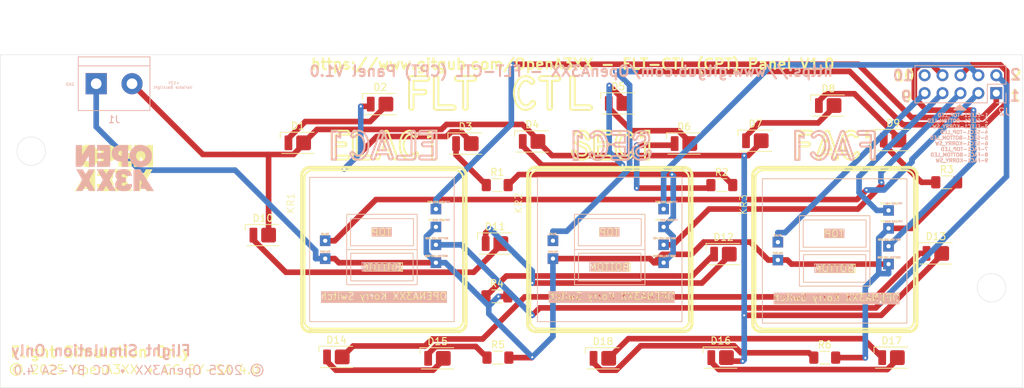
<source format=kicad_pcb>
(kicad_pcb (version 20241229) (generator "pcbnew") (generator_version "9.0")
  (layers (0 "F.Cu" signal) (2 "B.Cu" signal) (13 "F.Paste" user) (15 "B.Paste" user) (5 "F.SilkS" user "F.Silkscreen") (7 "B.SilkS" user "B.Silkscreen") (1 "F.Mask" user) (3 "B.Mask" user) (25 "Edge.Cuts" user))
  (net 0 "")
  (net 1 "+12V")
  (net 2 "Net-(D1-K)")
  (net 3 "Net-(D2-K)")
  (net 4 "Net-(D3-K)")
  (net 5 "Net-(D4-K)")
  (net 6 "Net-(D5-K)")
  (net 7 "Net-(D6-K)")
  (net 8 "Net-(D10-K)")
  (net 9 "Net-(D11-K)")
  (net 10 "Net-(D12-K)")
  (net 11 "Net-(D13-K)")
  (net 12 "Net-(D14-K)")
  (net 13 "Net-(D15-K)")
  (net 14 "Net-(D7-K)")
  (net 15 "Net-(D8-K)")
  (net 16 "Net-(D9-K)")
  (net 17 "Net-(D16-K)")
  (net 18 "Net-(D17-K)")
  (net 19 "Net-(D18-K)")
  (net 20 "GND")
  (net 21 "Net-(J2-Pin_2)")
  (net 22 "Net-(J2-Pin_3)")
  (net 23 "Net-(J2-Pin_1)")
  (net 24 "Net-(J2-Pin_6)")
  (net 25 "Net-(J2-Pin_4)")
  (net 26 "Net-(J2-Pin_5)")
  (net 27 "Net-(J2-Pin_8)")
  (net 28 "Net-(J2-Pin_7)")
  (net 29 "Net-(J2-Pin_9)")
  (footprint "OpenA3XX:Korry Switch" (layer "F.Cu") (at 150.9 94.3)
    (property "Reference" "KR2")
    (property "Value" "~")
  )
  (footprint "OpenA3XX:LED_Everlight-SMD3528_3.5x2.8mm_67-21ST" (layer "F.Cu") (at 136.74 120)
    (property "Reference" "D15")
    (property "Value" "LED")
  )
  (footprint "OpenA3XX:LED_Everlight-SMD3528_3.5x2.8mm_67-21ST" (layer "F.Cu") (at 160.2 120)
    (property "Reference" "D18")
    (property "Value" "LED")
  )
  (footprint "OpenA3XX:LED_Everlight-SMD3528_3.5x2.8mm_67-21ST" (layer "F.Cu") (at 162.36 83.8)
    (property "Reference" "D5")
    (property "Value" "LED")
  )
  (footprint "Resistor_SMD:R_1206_3216Metric_Pad1.30x1.75mm_HandSolder" (layer "F.Cu") (at 208.95 95)
    (property "Reference" "R3")
    (property "Value" "220R")
  )
  (footprint "Resistor_SMD:R_1206_3216Metric_Pad1.30x1.75mm_HandSolder" (layer "F.Cu") (at 191.65 119.9)
    (property "Reference" "R6")
    (property "Value" "220R")
  )
  (footprint "OpenA3XX:LED_Everlight-SMD3528_3.5x2.8mm_67-21ST" (layer "F.Cu") (at 177.3 105.2)
    (property "Reference" "D12")
    (property "Value" "LED")
  )
  (footprint "OpenA3XX:Korry Switch" (layer "F.Cu") (at 118.6 94.3)
    (property "Reference" "KR1")
    (property "Value" "~")
  )
  (footprint "OpenA3XX:LED_Everlight-SMD3528_3.5x2.8mm_67-21ST" (layer "F.Cu") (at 171.7 89.5)
    (property "Reference" "D6")
    (property "Value" "LED")
  )
  (footprint "OpenA3XX:LED_Everlight-SMD3528_3.5x2.8mm_67-21ST" (layer "F.Cu") (at 116.925 89.4)
    (property "Reference" "D1")
    (property "Value" "LED")
  )
  (footprint "OpenA3XX:LED_Everlight-SMD3528_3.5x2.8mm_67-21ST" (layer "F.Cu") (at 128.6 83.9)
    (property "Reference" "D2")
    (property "Value" "LED")
  )
  (footprint "OpenA3XX:LED_Everlight-SMD3528_3.5x2.8mm_67-21ST" (layer "F.Cu") (at 176.9 119.9)
    (property "Reference" "D16")
    (property "Value" "LED")
  )
  (footprint "OpenA3XX:LED_Everlight-SMD3528_3.5x2.8mm_67-21ST" (layer "F.Cu") (at 111.96 102.5)
    (property "Reference" "D10")
    (property "Value" "LED")
  )
  (footprint "Resistor_SMD:R_1206_3216Metric_Pad1.30x1.75mm_HandSolder" (layer "F.Cu") (at 145.15 111.2)
    (property "Reference" "R4")
    (property "Value" "220R")
  )
  (footprint "OpenA3XX:OpenA3XXLogoSmall" (layer "F.Cu") (at 90.9 92.9)
    (property "Reference" "LogoTop" (hide yes))
    (property "Value" "LOGO" (hide yes))
  )
  (footprint "Resistor_SMD:R_1206_3216Metric_Pad1.30x1.75mm_HandSolder" (layer "F.Cu") (at 177.05 95.4)
    (property "Reference" "R2")
    (property "Value" "220R")
  )
  (footprint "OpenA3XX:Korry Switch" (layer "F.Cu") (at 182.8 94.5)
    (property "Reference" "KR3")
    (property "Value" "~")
  )
  (footprint "OpenA3XX:LED_Everlight-SMD3528_3.5x2.8mm_67-21ST" (layer "F.Cu") (at 122.4 119.8)
    (property "Reference" "D14")
    (property "Value" "LED")
  )
  (footprint "OpenA3XX:LED_Everlight-SMD3528_3.5x2.8mm_67-21ST" (layer "F.Cu") (at 201.36 89)
    (property "Reference" "D9")
    (property "Value" "LED")
  )
  (footprint "OpenA3XX:LED_Everlight-SMD3528_3.5x2.8mm_67-21ST" (layer "F.Cu") (at 140.7 89.5)
    (property "Reference" "D3")
    (property "Value" "LED")
  )
  (footprint "Resistor_SMD:R_1206_3216Metric_Pad1.30x1.75mm_HandSolder" (layer "F.Cu") (at 145.2 95.4)
    (property "Reference" "R1")
    (property "Value" "220R")
  )
  (footprint "OpenA3XX:LED_Everlight-SMD3528_3.5x2.8mm_67-21ST" (layer "F.Cu") (at 201.14 119.9)
    (property "Reference" "D17")
    (property "Value" "LED")
  )
  (footprint "OpenA3XX:LED_Everlight-SMD3528_3.5x2.8mm_67-21ST" (layer "F.Cu") (at 192.16 84.1)
    (property "Reference" "D8")
    (property "Value" "LED")
  )
  (footprint "OpenA3XX:LED_Everlight-SMD3528_3.5x2.8mm_67-21ST" (layer "F.Cu") (at 150.16 89.2)
    (property "Reference" "D4")
    (property "Value" "LED")
  )
  (footprint "Resistor_SMD:R_1206_3216Metric_Pad1.30x1.75mm_HandSolder" (layer "F.Cu") (at 145.3 119.9)
    (property "Reference" "R5")
    (property "Value" "220R")
  )
  (footprint "OpenA3XX:LED_Everlight-SMD3528_3.5x2.8mm_67-21ST" (layer "F.Cu") (at 144.9 103.7)
    (property "Reference" "D11")
    (property "Value" "LED")
  )
  (footprint "OpenA3XX:LED_Everlight-SMD3528_3.5x2.8mm_67-21ST" (layer "F.Cu") (at 207.425 105.1)
    (property "Reference" "D13")
    (property "Value" "LED")
  )
  (footprint "OpenA3XX:LED_Everlight-SMD3528_3.5x2.8mm_67-21ST" (layer "F.Cu") (at 181.825 89.1)
    (property "Reference" "D7")
    (property "Value" "LED")
  )
  (footprint "OpenA3XX:OpenA3XXLogoSmall" (layer "B.Cu") (at 90.9 92.9 180)
    (property "Reference" "LogoBottom" (hide yes))
    (property "Value" "LOGO" (hide yes))
  )
  (footprint "TerminalBlock:TerminalBlock_bornier-2_P5.08mm" (layer "B.Cu") (at 88.32 81)
    (property "Reference" "J1")
    (property "Value" "Conn_02x01")
  )
  (footprint "Connector_PinHeader_2.54mm:PinHeader_2x05_P2.54mm_Vertical" (layer "B.Cu") (at 215.98 82.34 90)
    (property "Reference" "J2")
    (property "Value" "Conn_02x05_Counter_Clockwise")
  )
  (gr_line (start 122.265536 89.326163) (end 123.508181 89.326163) (stroke (width 0.28) (color 51 153 102 1)) (layer "F.SilkS"))
  (gr_line (start 187.735339 87.666694) (end 189.644206 87.666694) (stroke (width 0.28) (color 51 153 102 1)) (layer "F.SilkS"))
  (gr_line (start 203.625704 116.269599) (end 182.550265 116.269599) (stroke (width 0.28) (color 51 153 102 1)) (layer "F.SilkS"))
  (gr_curve (pts (xy 172.390399 114.649588) (xy 172.390399 115.282264) (xy 171.88106 115.791602) (xy 171.248378 115.791602)) (stroke (width 0.28) (color 51 153 102 1)) (layer "F.SilkS"))
  (gr_curve (pts (xy 129.20037 87.855643) (xy 129.243628 87.734107) (xy 129.329486 87.67266) (xy 129.457946 87.671332)) (stroke (width 0.28) (color 51 153 102 1)) (layer "F.SilkS"))
  (gr_curve (pts (xy 164.017199 90.802192) (xy 164.140444 90.663245) (xy 164.270579 90.648887) (xy 164.407595 90.759101)) (stroke (width 0.28) (color 51 153 102 1)) (layer "F.SilkS"))
  (gr_line (start 132.69324 84.386283) (end 132.69324 80.258376) (stroke (width 0.28) (color 51 153 102 1)) (layer "F.SilkS"))
  (gr_curve (pts (xy 156.118838 90.395392) (xy 156.222422 90.416755) (xy 156.294535 90.48223) (xy 156.335177 90.591773)) (stroke (width 0.28) (color 51 153 102 1)) (layer "F.SilkS"))
  (gr_line (start 161.110385 91.774115) (end 159.206591 91.774115) (stroke (width 0.28) (color 51 153 102 1)) (layer "F.SilkS"))
  (gr_line (start 191.116282 89.622748) (end 191.75027 87.851539) (stroke (width 0.28) (color 51 153 102 1)) (layer "F.SilkS"))
  (gr_curve (pts (xy 155.880625 79.92726) (xy 156.072009 79.931159) (xy 156.176127 80.041533) (xy 156.192965 80.258376)) (stroke (width 0.28) (color 51 153 102 1)) (layer "F.SilkS"))
  (gr_curve (pts (xy 148.978427 79.956511) (xy 149.235644 79.895667) (xy 149.492099 79.921019) (xy 149.74779 80.032561)) (stroke (width 0.28) (color 51 153 102 1)) (layer "F.SilkS"))
  (gr_curve (pts (xy 152.96992 84.390967) (xy 152.934703 84.612494) (xy 152.821788 84.721686) (xy 152.631167 84.718573)) (stroke (width 0.28) (color 51 153 102 1)) (layer "F.SilkS"))
  (gr_curve (pts (xy 150.432177 80.825843) (xy 150.390834 80.937384) (xy 150.315051 81.007209) (xy 150.204814 81.035285)) (stroke (width 0.28) (color 51 153 102 1)) (layer "F.SilkS"))
  (gr_line (start 152.322276 84.390967) (end 152.322276 80.58599) (stroke (width 0.28) (color 51 153 102 1)) (layer "F.SilkS"))
  (gr_curve (pts (xy 204.662982 115.088813) (xy 204.662982 115.658042) (xy 204.204837 116.116309) (xy 203.63576 116.116309)) (stroke (width 0.28) (color 0 0 255 1)) (layer "F.SilkS"))
  (gr_curve (pts (xy 191.75027 87.851539) (xy 191.793658 87.729651) (xy 191.879763 87.668021) (xy 192.008601 87.666694)) (stroke (width 0.28) (color 51 153 102 1)) (layer "F.SilkS"))
  (gr_line (start 181.816271 94.433326) (end 181.51298 93.993811) (stroke (width 0.28)) (layer "F.SilkS"))
  (gr_curve (pts (xy 133.837687 90.759635) (xy 133.974665 90.869819) (xy 133.994654 90.994361) (xy 133.897654 91.133277)) (stroke (width 0.28) (color 51 153 102 1)) (layer "F.SilkS"))
  (gr_curve (pts (xy 189.281367 89.33039) (xy 189.462786 89.343787) (xy 189.554812 89.434211) (xy 189.557444 89.601645)) (stroke (width 0.28) (color 51 153 102 1)) (layer "F.SilkS"))
  (gr_curve (pts (xy 158.635401 84.401496) (xy 158.633105 84.600394) (xy 158.524783 84.70687) (xy 158.310427 84.720908)) (stroke (width 0.28) (color 51 153 102 1)) (layer "F.SilkS"))
  (gr_line (start 158.310427 84.720908) (end 155.87144 84.720908) (stroke (width 0.28) (color 51 153 102 1)) (layer "F.SilkS"))
  (gr_line (start 136.570613 91.770362) (end 135.962695 91.770362) (stroke (width 0.28) (color 51 153 102 1)) (layer "F.SilkS"))
  (gr_curve (pts (xy 117.393271 94.003592) (xy 117.393271 93.344001) (xy 117.924262 92.813025) (xy 118.583846 92.813025)) (stroke (width 0.28) (color 51 153 102 1)) (layer "F.SilkS"))
  (gr_curve (pts (xy 157.690249 87.780219) (xy 157.855456 87.859046) (xy 157.981982 87.967261) (xy 158.069827 88.104865)) (stroke (width 0.28) (color 51 153 102 1)) (layer "F.SilkS"))
  (gr_curve (pts (xy 133.351046 88.5288) (xy 133.175395 88.320441) (xy 133.006304 88.220267) (xy 132.84376 88.228278)) (stroke (width 0.28) (color 51 153 102 1)) (layer "F.SilkS"))
  (gr_line (start 157.532916 88.339316) (end 157.449328 88.292228) (stroke (width 0.28) (color 51 153 102 1)) (layer "F.SilkS"))
  (gr_curve (pts (xy 161.110385 91.21099) (xy 161.295253 91.239051) (xy 161.38769 91.333243) (xy 161.38769 91.493552)) (stroke (width 0.28) (color 51 153 102 1)) (layer "F.SilkS"))
  (gr_line (start 122.265536 88.230292) (end 122.265536 89.326163) (stroke (width 0.28) (color 51 153 102 1)) (layer "F.SilkS"))
  (gr_curve (pts (xy 139.200656 80.257209) (xy 139.201419 80.055182) (xy 139.308207 79.944808) (xy 139.521029 79.926085)) (stroke (width 0.28) (color 51 153 102 1)) (layer "F.SilkS"))
  (gr_line (start 191.403208 90.461631) (end 192.606105 90.461631) (stroke (width 0.28) (color 51 153 102 1)) (layer "F.SilkS"))
  (gr_curve (pts (xy 131.704341 88.374534) (xy 131.905551 88.013923) (xy 132.197535 87.788199) (xy 132.580294 87.697379)) (stroke (width 0.28) (color 51 153 102 1)) (layer "F.SilkS"))
  (gr_line (start 150.496478 84.000174) (end 150.484996 84.016547) (stroke (width 0.28) (color 51 153 102 1)) (layer "F.SilkS"))
  (gr_curve (pts (xy 149.128855 84.052817) (xy 149.408274 84.142524) (xy 149.681185 84.006415) (xy 149.947596 83.644477)) (stroke (width 0.28) (color 51 153 102 1)) (layer "F.SilkS"))
  (gr_line (start 133.897654 91.133277) (end 133.879962 91.159308) (stroke (width 0.28) (color 51 153 102 1)) (layer "F.SilkS"))
  (gr_curve (pts (xy 124.172763 91.493888) (xy 124.172763 91.654166) (xy 124.080352 91.747657) (xy 123.895526 91.774375)) (stroke (width 0.28) (color 51 153 102 1)) (layer "F.SilkS"))
  (gr_line (start 157.873156 89.639899) (end 157.903643 89.658927) (stroke (width 0.28) (color 51 153 102 1)) (layer "F.SilkS"))
  (gr_line (start 150.377055 80.501746) (end 150.388537 80.518126) (stroke (width 0.28) (color 51 153 102 1)) (layer "F.SilkS"))
  (gr_line (start 129.455977 88.775229) (end 130.053706 90.458106) (stroke (width 0.28) (color 51 153 102 1)) (layer "F.SilkS"))
  (gr_line (start 182.958293 93.291312) (end 203.174243 93.291312) (stroke (width 0.28) (color 51 153 102 1)) (layer "F.SilkS"))
  (gr_curve (pts (xy 193.363345 91.76969) (xy 193.210849 91.824607) (xy 193.09318 91.768348) (xy 193.010363 91.600898)) (stroke (width 0.28) (color 51 153 102 1)) (layer "F.SilkS"))
  (gr_curve (pts (xy 136.530856 84.720908) (xy 136.342532 84.708426) (xy 136.233828 84.600013) (xy 136.204737 84.395636)) (stroke (width 0.28) (color 51 153 102 1)) (layer "F.SilkS"))
  (gr_line (start 159.206591 87.670005) (end 161.110385 87.670005) (stroke (width 0.28) (color 51 153 102 1)) (layer "F.SilkS"))
  (gr_curve (pts (xy 139.659281 92.813025) (xy 140.318858 92.813025) (xy 140.849848 93.344001) (xy 140.849848 94.003592)) (stroke (width 0.28) (color 51 153 102 1)) (layer "F.SilkS"))
  (gr_line (start 130.25426 91.021079) (end 128.651797 91.021079) (stroke (width 0.28) (color 51 153 102 1)) (layer "F.SilkS"))
  (gr_line (start 156.192965 84.06803) (end 158.312731 84.065696) (stroke (width 0.28) (color 51 153 102 1)) (layer "F.SilkS"))
  (gr_curve (pts (xy 181.35969 94.003592) (xy 181.35969 93.344001) (xy 181.890681 92.813025) (xy 182.550265 92.813025)) (stroke (width 0.28) (color 51 153 102 1)) (layer "F.SilkS"))
  (gr_line (start 127.93806 91.387702) (end 128.568232 89.62168) (stroke (width 0.28) (color 51 153 102 1)) (layer "F.SilkS"))
  (gr_line (start 150.614329 92.966605) (end 171.709887 92.966605) (stroke (width 0.28) (color 0 0 255 1)) (layer "F.SilkS"))
  (gr_curve (pts (xy 155.872012 90.479545) (xy 155.938227 90.406073) (xy 156.020503 90.378013) (xy 156.118838 90.395392)) (stroke (width 0.28) (color 51 153 102 1)) (layer "F.SilkS"))
  (gr_curve (pts (xy 139.207827 93.291312) (xy 139.840518 93.291312) (xy 140.349848 93.80065) (xy 140.349848 94.433326)) (stroke (width 0.28) (color 51 153 102 1)) (layer "F.SilkS"))
  (gr_line (start 128.651797 91.021079) (end 128.455176 91.580039) (stroke (width 0.28) (color 51 153 102 1)) (layer "F.SilkS"))
  (gr_line (start 129.455977 88.775229) (end 128.854315 90.458106) (stroke (width 0.28) (color 51 153 102 1)) (layer "F.SilkS"))
  (gr_curve (pts (xy 156.577082 88.790213) (xy 156.595439 88.938514) (xy 156.663623 89.053397) (xy 156.781626 89.134894)) (stroke (width 0.28) (color 51 153 102 1)) (layer "F.SilkS"))
  (gr_curve (pts (xy 187.455325 87.952002) (xy 187.478984 87.775184) (xy 187.572322 87.680076) (xy 187.735339 87.666694)) (stroke (width 0.28) (color 51 153 102 1)) (layer "F.SilkS"))
  (gr_curve (pts (xy 153.810473 79.926085) (xy 154.021762 79.943251) (xy 154.127787 80.053618) (xy 154.12855 80.257209)) (stroke (width 0.28) (color 51 153 102 1)) (layer "F.SilkS"))
  (gr_curve (pts (xy 157.232005 88.237128) (xy 157.171694 88.235129) (xy 157.111376 88.233115) (xy 157.051066 88.231116)) (stroke (width 0.28) (color 51 153 102 1)) (layer "F.SilkS"))
  (gr_curve (pts (xy 139.521029 80.58599) (xy 139.306681 80.568831) (xy 139.199885 80.459235) (xy 139.200656 80.257209)) (stroke (width 0.28) (color 51 153 102 1)) (layer "F.SilkS"))
  (gr_line (start 121.992232 87.671332) (end 123.895526 87.671332) (stroke (width 0.28) (color 51 153 102 1)) (layer "F.SilkS"))
  (gr_line (start 166.15681 87.675254) (end 166.766261 87.675254) (stroke (width 0.28) (color 51 153 102 1)) (layer "F.SilkS"))
  (gr_line (start 181.51298 115.088813) (end 181.51298 93.993811) (stroke (width 0.28) (color 0 0 255 1)) (layer "F.SilkS"))
  (gr_curve (pts (xy 161.001231 89.610831) (xy 161.000575 89.773154) (xy 160.907809 89.867682) (xy 160.722941 89.8944)) (stroke (width 0.28) (color 51 153 102 1)) (layer "F.SilkS"))
  (gr_curve (pts (xy 157.49161 87.715094) (xy 157.55717 87.727774) (xy 157.623385 87.749488) (xy 157.690249 87.780219)) (stroke (width 0.28) (color 51 153 102 1)) (layer "F.SilkS"))
  (gr_curve (pts (xy 171.709887 92.966605) (xy 172.278971 92.966605) (xy 172.737109 93.424857) (xy 172.737109 93.994101)) (stroke (width 0.28) (color 0 0 255 1)) (layer "F.SilkS"))
  (gr_line (start 159.479968 88.229102) (end 159.479968 89.325278) (stroke (width 0.28) (color 51 153 102 1)) (layer "F.SilkS"))
  (gr_curve (pts (xy 162.976802 88.43151) (xy 162.848307 88.55976) (xy 162.74145 88.724082) (xy 162.65623 88.924476)) (stroke (width 0.28) (color 51 153 102 1)) (layer "F.SilkS"))
  (gr_curve (pts (xy 204.316271 114.649283) (xy 204.316271 115.281958) (xy 203.806933 115.791312) (xy 203.174243 115.791312)) (stroke (width 0.28) (color 51 153 102 1)) (layer "F.SilkS"))
  (gr_curve (pts (xy 166.15681 88.33982) (xy 165.962199 88.45011) (xy 165.767588 88.560386) (xy 165.572978 88.670676)) (stroke (width 0.28) (color 51 153 102 1)) (layer "F.SilkS"))
  (gr_curve (pts (xy 151.03242 115.791602) (xy 150.399729 115.791602) (xy 149.890399 115.282264) (xy 149.890399 114.649588)) (stroke (width 0.28) (color 51 153 102 1)) (layer "F.SilkS"))
  (gr_curve (pts (xy 163.278697 91.203986) (xy 163.517977 91.280799) (xy 163.751689 91.164237) (xy 163.97983 90.854285)) (stroke (width 0.28) (color 51 153 102 1)) (layer "F.SilkS"))
  (gr_curve (pts (xy 196.461306 91.13877) (xy 196.455386 91.147483) (xy 196.449481 91.15618) (xy 196.44356 91.164893)) (stroke (width 0.28) (color 51 153 102 1)) (layer "F.SilkS"))
  (gr_curve (pts (xy 156.341075 90.609809) (xy 156.40401 90.899711) (xy 156.513819 91.07273) (xy 156.670504 91.128836)) (stroke (width 0.28) (color 51 153 102 1)) (layer "F.SilkS"))
  (gr_curve (pts (xy 196.433703 91.178946) (xy 196.431079 91.182975) (xy 196.428439 91.186988) (xy 196.425814 91.191001)) (stroke (width 0.28) (color 51 153 102 1)) (layer "F.SilkS"))
  (gr_line (start 151.03242 93.291602) (end 171.248378 93.291602) (stroke (width 0.28) (color 51 153 102 1)) (layer "F.SilkS"))
  (gr_curve (pts (xy 139.669345 92.966315) (xy 140.238421 92.966315) (xy 140.696559 93.424567) (xy 140.696559 93.993811)) (stroke (width 0.28) (color 0 0 255 1)) (layer "F.SilkS"))
  (gr_curve (pts (xy 147.564868 82.133948) (xy 147.590136 81.630835) (xy 147.720271 81.168677) (xy 147.955294 80.747458)) (stroke (width 0.28) (color 51 153 102 1)) (layer "F.SilkS"))
  (gr_curve (pts (xy 152.631167 84.718573) (xy 152.440554 84.715445) (xy 152.337588 84.606253) (xy 152.322276 84.390967)) (stroke (width 0.28) (color 51 153 102 1)) (layer "F.SilkS"))
  (gr_line (start 140.849848 94.003592) (end 140.849848 115.079032) (stroke (width 0.28) (color 51 153 102 1)) (layer "F.SilkS"))
  (gr_line (start 130.053706 90.458106) (end 129.455977 88.775229) (stroke (width 0.28) (color 51 153 102 1)) (layer "F.SilkS"))
  (gr_line (start 171.709887 92.966605) (end 171.699824 92.813315) (stroke (width 0.28)) (layer "F.SilkS"))
  (gr_line (start 129.455977 88.775229) (end 129.20037 87.855643) (stroke (width 0.28)) (layer "F.SilkS"))
  (gr_curve (pts (xy 133.33858 84.386283) (xy 133.323268 84.601569) (xy 133.219538 84.710776) (xy 133.027392 84.713889)) (stroke (width 0.28) (color 51 153 102 1)) (layer "F.SilkS"))
  (gr_curve (pts (xy 182.958293 115.791312) (xy 182.325602 115.791312) (xy 181.816271 115.281958) (xy 181.816271 114.649283)) (stroke (width 0.28) (color 51 153 102 1)) (layer "F.SilkS"))
  (gr_line (start 171.248378 115.791602) (end 151.03242 115.791602) (stroke (width 0.28) (color 51 153 102 1)) (layer "F.SilkS"))
  (gr_line (start 118.573779 92.966315) (end 139.669345 92.966315) (stroke (width 0.28) (color 0 0 255 1)) (layer "F.SilkS"))
  (gr_curve (pts (xy 132.84376 88.228278) (xy 132.681224 88.236304) (xy 132.535723 88.304419) (xy 132.407267 88.432639)) (stroke (width 0.28) (color 51 153 102 1)) (layer "F.SilkS"))
  (gr_curve (pts (xy 148.22629 82.735358) (xy 148.259211 82.965461) (xy 148.328494 83.181922) (xy 148.43413 83.384726)) (stroke (width 0.28) (color 51 153 102 1)) (layer "F.SilkS"))
  (gr_curve (pts (xy 157.051066 88.231116) (xy 156.875369 88.233786) (xy 156.740977 88.311271) (xy 156.647891 88.463569)) (stroke (width 0.28) (color 51 153 102 1)) (layer "F.SilkS"))
  (gr_curve (pts (xy 162.498889 89.487586) (xy 162.475291 89.682639) (xy 162.47758 89.878699) (xy 162.50577 90.075751)) (stroke (width 0.28) (color 51 153 102 1)) (layer "F.SilkS"))
  (gr_line (start 171.699824 116.269889) (end 150.624392 116.269889) (stroke (width 0.28) (color 51 153 102 1)) (layer "F.SilkS"))
  (gr_line (start 129.717482 87.855643) (end 130.977828 91.397727) (stroke (width 0.28) (color 51 153 102 1)) (layer "F.SilkS"))
  (gr_curve (pts (xy 133.027392 84.713889) (xy 132.835246 84.717017) (xy 132.723857 84.60781) (xy 132.69324 84.386283)) (stroke (width 0.28) (color 51 153 102 1)) (layer "F.SilkS"))
  (gr_line (start 152.96992 80.58599) (end 152.96992 84.390967) (stroke (width 0.28) (color 51 153 102 1)) (layer "F.SilkS"))
  (gr_curve (pts (xy 157.99116 88.938514) (xy 157.909869 88.919806) (xy 157.84759 88.86637) (xy 157.804316 88.77819)) (stroke (width 0.28) (color 51 153 102 1)) (layer "F.SilkS"))
  (gr_curve (pts (xy 127.364909 91.502906) (xy 127.362944 91.673194) (xy 127.270205 91.76435) (xy 127.086692 91.776374)) (stroke (width 0.28) (color 51 153 102 1)) (layer "F.SilkS"))
  (gr_curve (pts (xy 164.35744 88.177008) (xy 164.417758 88.257163) (xy 164.430209 88.345008) (xy 164.394808 88.440528)) (stroke (width 0.28) (color 51 153 102 1)) (layer "F.SilkS"))
  (gr_line (start 118.573779 116.116309) (end 118.583846 116.269599) (stroke (width 0.28)) (layer "F.SilkS"))
  (gr_line (start 118.583846 92.813025) (end 139.659281 92.813025) (stroke (width 0.28) (color 51 153 102 1)) (layer "F.SilkS"))
  (gr_curve (pts (xy 160.722941 89.325278) (xy 160.909121 89.353324) (xy 161.001887 89.448508) (xy 161.001231 89.610831)) (stroke (width 0.28) (color 51 153 102 1)) (layer "F.SilkS"))
  (gr_curve (pts (xy 133.870127 91.173346) (xy 133.867503 91.177344) (xy 133.864886 91.181357) (xy 133.862261 91.185355)) (stroke (width 0.28) (color 51 153 102 1)) (layer "F.SilkS"))
  (gr_curve (pts (xy 132.69324 80.258376) (xy 132.720797 80.052451) (xy 132.829501 79.941687) (xy 133.019358 79.926085)) (stroke (width 0.28) (color 51 153 102 1)) (layer "F.SilkS"))
  (gr_curve (pts (xy 161.939357 89.560737) (xy 161.960993 89.129889) (xy 162.072436 88.734107) (xy 162.273699 88.373389)) (stroke (width 0.28) (color 51 153 102 1)) (layer "F.SilkS"))
  (gr_curve (pts (xy 131.370089 89.561576) (xy 131.391719 89.130835) (xy 131.503131 88.73516) (xy 131.704341 88.374534)) (stroke (width 0.28) (color 51 153 102 1)) (layer "F.SilkS"))
  (gr_curve (pts (xy 158.069827 88.104865) (xy 158.157672 88.242469) (xy 158.237002 88.391425) (xy 158.307803 88.551749)) (stroke (width 0.28) (color 51 153 102 1)) (layer "F.SilkS"))
  (gr_curve (pts (xy 150.4471 83.533316) (xy 150.607096 83.662024) (xy 150.63045 83.807502) (xy 150.517146 83.969748)) (stroke (width 0.28) (color 51 153 102 1)) (layer "F.SilkS"))
  (gr_line (start 165.572978 88.670676) (end 165.572978 88.037223) (stroke (width 0.28) (color 51 153 102 1)) (layer "F.SilkS"))
  (gr_line (start 133.33858 82.521232) (end 133.33858 84.386283) (stroke (width 0.28) (color 51 153 102 1)) (layer "F.SilkS"))
  (gr_curve (pts (xy 158.433673 90.770118) (xy 158.412692 90.951819) (xy 158.350085 91.119819) (xy 158.245852 91.274115)) (stroke (width 0.28) (color 51 153 102 1)) (layer "F.SilkS"))
  (gr_curve (pts (xy 150.484996 84.016547) (xy 150.481936 84.021232) (xy 150.478877 84.025916) (xy 150.47581 84.030585)) (stroke (width 0.28) (color 51 153 102 1)) (layer "F.SilkS"))
  (gr_line (start 160.722941 89.8944) (end 159.479968 89.8944) (stroke (width 0.28) (color 51 153 102 1)) (layer "F.SilkS"))
  (gr_curve (pts (xy 196.401171 90.764029) (xy 196.538546 90.874534) (xy 196.558596 90.999457) (xy 196.461306 91.13877)) (stroke (width 0.28) (color 51 153 102 1)) (layer "F.SilkS"))
  (gr_curve (pts (xy 133.44739 90.80271) (xy 133.570605 90.663794) (xy 133.700701 90.649436) (xy 133.837687 90.759635)) (stroke (width 0.28) (color 51 153 102 1)) (layer "F.SilkS"))
  (gr_curve (pts (xy 123.786402 89.611655) (xy 123.785746 89.773932) (xy 123.693007 89.86843) (xy 123.508181 89.895148)) (stroke (width 0.28) (color 51 153 102 1)) (layer "F.SilkS"))
  (gr_line (start 188.009448 89.33039) (end 189.281367 89.33039) (stroke (width 0.28) (color 51 153 102 1)) (layer "F.SilkS"))
  (gr_curve (pts (xy 171.699824 92.813315) (xy 172.359408 92.813315) (xy 172.890399 93.344306) (xy 172.890399 94.003882)) (stroke (width 0.28) (color 51 153 102 1)) (layer "F.SilkS"))
  (gr_curve (pts (xy 158.215365 88.894416) (xy 158.147189 88.943854) (xy 158.072451 88.958548) (xy 157.99116 88.938514)) (stroke (width 0.28) (color 51 153 102 1)) (layer "F.SilkS"))
  (gr_curve (pts (xy 157.552577 90.104804) (xy 157.249049 89.969199) (xy 156.945513 89.833609) (xy 156.641986 89.698005)) (stroke (width 0.28) (color 51 153 102 1)) (layer "F.SilkS"))
  (gr_curve (pts (xy 172.737109 115.089103) (xy 172.737109 115.658347) (xy 172.278971 116.116599) (xy 171.709887 116.116599)) (stroke (width 0.28) (color 0 0 255 1)) (layer "F.SilkS"))
  (gr_line (start 135.962695 88.33187) (end 135.380336 88.661887) (stroke (width 0.28) (color 51 153 102 1)) (layer "F.SilkS"))
  (gr_curve (pts (xy 148.43413 83.384726) (xy 148.617861 83.740424) (xy 148.849436 83.963111) (xy 149.128855 84.052817)) (stroke (width 0.28) (color 51 153 102 1)) (layer "F.SilkS"))
  (gr_line (start 140.696559 93.993811) (end 140.696559 115.088813) (stroke (width 0.28) (color 0 0 255 1)) (layer "F.SilkS"))
  (gr_curve (pts (xy 150.47581 84.030585) (xy 150.266055 84.319205) (xy 149.990847 84.524741) (xy 149.65018 84.647193)) (stroke (width 0.28) (color 51 153 102 1)) (layer "F.SilkS"))
  (gr_line (start 198.749087 87.666037) (end 198.749087 91.775412) (stroke (width 0.28) (color 51 153 102 1)) (layer "F.SilkS"))
  (gr_line (start 156.866191 89.180991) (end 157.774821 89.589789) (stroke (width 0.28) (color 51 153 102 1)) (layer "F.SilkS"))
  (gr_curve (pts (xy 150.614329 116.116599) (xy 150.045245 116.116599) (xy 149.587107 115.658347) (xy 149.587107 115.089103)) (stroke (width 0.28) (color 0 0 255 1)) (layer "F.SilkS"))
  (gr_line (start 155.86513 91.010596) (end 155.82973 90.874335) (stroke (width 0.28) (color 51 153 102 1)) (layer "F.SilkS"))
  (gr_line (start 155.82973 90.874335) (end 155.802195 90.734061) (stroke (width 0.28) (color 51 153 102 1)) (layer "F.SilkS"))
  (gr_curve (pts (xy 157.853488 91.631827) (xy 157.684352 91.722678) (xy 157.50931 91.768103) (xy 157.328372 91.768103)) (stroke (width 0.28) (color 51 153 102 1)) (layer "F.SilkS"))
  (gr_curve (pts (xy 156.612483 89.681983) (xy 156.314852 89.521659) (xy 156.129985 89.293876) (xy 156.057872 88.998633)) (stroke (width 0.28) (color 51 153 102 1)) (layer "F.SilkS"))
  (gr_line (start 203.63576 116.116309) (end 182.540202 116.116309) (stroke (width 0.28) (color 0 0 255 1)) (layer "F.SilkS"))
  (gr_curve (pts (xy 135.242465 79.926085) (xy 135.455279 79.943251) (xy 135.561694 80.053618) (xy 135.561694 80.257209)) (stroke (width 0.28) (color 51 153 102 1)) (layer "F.SilkS"))
  (gr_curve (pts (xy 149.286174 80.576629) (xy 149.096316 80.58599) (xy 148.926371 80.665557) (xy 148.776324 80.815314)) (stroke (width 0.28) (color 51 153 102 1)) (layer "F.SilkS"))
  (gr_curve (pts (xy 189.644206 87.666694) (xy 189.826945 87.681418) (xy 189.918315 87.776191) (xy 189.918315 87.951011)) (stroke (width 0.28) (color 51 153 102 1)) (layer "F.SilkS"))
  (gr_line (start 135.380336 88.661887) (end 135.380336 88.030036) (stroke (width 0.28) (color 51 153 102 1)) (layer "F.SilkS"))
  (gr_curve (pts (xy 140.696559 115.088813) (xy 140.696559 115.658042) (xy 140.238421 116.116309) (xy 139.669345 116.116309)) (stroke (width 0.28) (color 0 0 255 1)) (layer "F.SilkS"))
  (gr_curve (pts (xy 156.670504 91.128836) (xy 156.827189 91.184943) (xy 157.045169 91.210334) (xy 157.324443 91.204978)) (stroke (width 0.28) (color 51 153 102 1)) (layer "F.SilkS"))
  (gr_curve (pts (xy 182.540202 116.116309) (xy 181.971118 116.116309) (xy 181.51298 115.658042) (xy 181.51298 115.088813)) (stroke (width 0.28) (color 0 0 255 1)) (layer "F.SilkS"))
  (gr_line (start 191.200091 91.026236) (end 191.002894 91.586844) (stroke (width 0.28) (color 51 153 102 1)) (layer "F.SilkS"))
  (gr_curve (pts (xy 157.702052 90.198996) (xy 157.664027 90.165595) (xy 157.614207 90.134208) (xy 157.552577 90.104804)) (stroke (width 0.28) (color 51 153 102 1)) (layer "F.SilkS"))
  (gr_line (start 141.011523 80.58599) (end 141.011523 84.390967) (stroke (width 0.28) (color 51 153 102 1)) (layer "F.SilkS"))
  (gr_line (start 156.192965 80.258376) (end 156.192965 84.06803) (stroke (width 0.28) (color 51 153 102 1)) (layer "F.SilkS"))
  (gr_curve (pts (xy 135.561694 80.257209) (xy 135.561694 80.460799) (xy 135.453753 80.56961) (xy 135.237872 80.583648)) (stroke (width 0.28) (color 51 153 102 1)) (layer "F.SilkS"))
  (gr_line (start 122.265536 91.211402) (end 123.895526 91.211402) (stroke (width 0.28) (color 51 153 102 1)) (layer "F.SilkS"))
  (gr_line (start 189.281367 89.895011) (end 188.009448 89.895011) (stroke (width 0.28) (color 51 153 102 1)) (layer "F.SilkS"))
  (gr_curve (pts (xy 121.713031 87.951804) (xy 121.737937 87.775504) (xy 121.831004 87.682013) (xy 121.992232 87.671332)) (stroke (width 0.28) (color 51 153 102 1)) (layer "F.SilkS"))
  (gr_line (start 188.009448 88.231299) (end 188.009448 89.33039) (stroke (width 0.28) (color 51 153 102 1)) (layer "F.SilkS"))
  (gr_curve (pts (xy 131.568675 90.806708) (xy 131.414653 90.407355) (xy 131.34846 89.992316) (xy 131.370089 89.561576)) (stroke (width 0.28) (color 51 153 102 1)) (layer "F.SilkS"))
  (gr_curve (pts (xy 194.494265 90.078864) (xy 194.522532 90.276435) (xy 194.582019 90.462302) (xy 194.672732 90.636435)) (stroke (width 0.28) (color 51 153 102 1)) (layer "F.SilkS"))
  (gr_line (start 204.662982 93.993811) (end 204.662982 115.088813) (stroke (width 0.28) (color 0 0 255 1)) (layer "F.SilkS"))
  (gr_curve (pts (xy 128.455176 91.580039) (xy 128.371283 91.748328) (xy 128.252001 91.803428) (xy 128.097323 91.745322)) (stroke (width 0.28) (color 51 153 102 1)) (layer "F.SilkS"))
  (gr_line (start 117.546561 115.088813) (end 117.546561 93.993811) (stroke (width 0.28) (color 0 0 255 1)) (layer "F.SilkS"))
  (gr_curve (pts (xy 157.936091 89.67797) (xy 158.195697 89.851645) (xy 158.356311 90.092124) (xy 158.417941 90.39939)) (stroke (width 0.28) (color 51 153 102 1)) (layer "F.SilkS"))
  (gr_curve (pts (xy 133.630252 88.620963) (xy 133.529315 88.647666) (xy 133.436251 88.61695) (xy 133.351046 88.5288)) (stroke (width 0.28) (color 51 153 102 1)) (layer "F.SilkS"))
  (gr_curve (pts (xy 136.204737 80.258376) (xy 136.236888 80.033728) (xy 136.348658 79.923362) (xy 136.540042 79.92726)) (stroke (width 0.28) (color 51 153 102 1)) (layer "F.SilkS"))
  (gr_curve (pts (xy 123.895526 87.671332) (xy 124.080352 87.686026) (xy 124.172435 87.779853) (xy 124.171778 87.952811)) (stroke (width 0.28) (color 51 153 102 1)) (layer "F.SilkS"))
  (gr_line (start 133.410037 90.854789) (end 133.44739 90.80271) (stroke (width 0.28) (color 51 153 102 1)) (layer "F.SilkS"))
  (gr_line (start 136.852381 80.258376) (end 136.852381 84.06803) (stroke (width 0.28) (color 51 153 102 1)) (layer "F.SilkS"))
  (gr_curve (pts (xy 155.802195 90.734061) (xy 155.782527 90.63787) (xy 155.805804 90.553031) (xy 155.872012 90.479545)) (stroke (width 0.28) (color 51 153 102 1)) (layer "F.SilkS"))
  (gr_curve (pts (xy 133.787547 88.178199) (xy 133.847842 88.258338) (xy 133.860293 88.346152) (xy 133.8249 88.441657)) (stroke (width 0.28) (color 51 153 102 1)) (layer "F.SilkS"))
  (gr_line (start 117.393271 115.079032) (end 117.393271 94.003592) (stroke (width 0.28) (color 51 153 102 1)) (layer "F.SilkS"))
  (gr_curve (pts (xy 162.137995 90.806189) (xy 161.983935 90.406745) (xy 161.91772 89.991584) (xy 161.939357 89.560737)) (stroke (width 0.28) (color 51 153 102 1)) (layer "F.SilkS"))
  (gr_line (start 125.273841 87.955817) (end 125.273841 91.217414) (stroke (width 0.28) (color 51 153 102 1)) (layer "F.SilkS"))
  (gr_line (start 171.248378 93.291602) (end 171.709887 92.966605) (stroke (width 0.28)) (layer "F.SilkS"))
  (gr_line (start 127.086692 91.776374) (end 124.998572 91.776374) (stroke (width 0.28) (color 51 153 102 1)) (layer "F.SilkS"))
  (gr_curve (pts (xy 140.67277 84.718573) (xy 140.482157 84.715445) (xy 140.379191 84.606253) (xy 140.363879 84.390967)) (stroke (width 0.28) (color 51 153 102 1)) (layer "F.SilkS"))
  (gr_curve (pts (xy 195.716891 91.720466) (xy 195.42438 91.825614) (xy 195.136141 91.806525) (xy 194.852183 91.663199)) (stroke (width 0.28) (color 51 153 102 1)) (layer "F.SilkS"))
  (gr_curve (pts (xy 196.388339 88.439261) (xy 196.352847 88.535041) (xy 196.287768 88.594993) (xy 196.193118 88.619101)) (stroke (width 0.28) (color 51 153 102 1)) (layer "F.SilkS"))
  (gr_line (start 181.51298 93.993811) (end 181.35969 94.003592) (stroke (width 0.28)) (layer "F.SilkS"))
  (gr_curve (pts (xy 191.002894 91.586844) (xy 190.918757 91.755622) (xy 190.799128 91.810874) (xy 190.644 91.752601)) (stroke (width 0.28) (color 51 153 102 1)) (layer "F.SilkS"))
  (gr_line (start 192.807246 91.026236) (end 191.201352 91.026236) (stroke (width 0.28) (color 51 153 102 1)) (layer "F.SilkS"))
  (gr_curve (pts (xy 164.432177 91.184943) (xy 164.252551 91.432105) (xy 164.016871 91.608115) (xy 163.725138 91.712989)) (stroke (width 0.28) (color 51 153 102 1)) (layer "F.SilkS"))
  (gr_curve (pts (xy 142.170153 80.257209) (xy 142.170924 80.460799) (xy 142.064898 80.570388) (xy 141.852076 80.58599)) (stroke (width 0.28) (color 51 153 102 1)) (layer "F.SilkS"))
  (gr_curve (pts (xy 204.816271 115.079032) (xy 204.816271 115.738593) (xy 204.285281 116.269599) (xy 203.625704 116.269599)) (stroke (width 0.28) (color 51 153 102 1)) (layer "F.SilkS"))
  (gr_curve (pts (xy 149.991229 83.58364) (xy 150.13515 83.421393) (xy 150.287104 83.404624) (xy 150.4471 83.533316)) (stroke (width 0.28) (color 51 153 102 1)) (layer "F.SilkS"))
  (gr_line (start 139.659281 116.269599) (end 118.583846 116.269599) (stroke (width 0.28) (color 51 153 102 1)) (layer "F.SilkS"))
  (gr_line (start 117.849848 114.649283) (end 117.849848 94.433326) (stroke (width 0.28) (color 51 153 102 1)) (layer "F.SilkS"))
  (gr_line (start 172.737109 93.994101) (end 172.737109 115.089103) (stroke (width 0.28) (color 0 0 255 1)) (layer "F.SilkS"))
  (gr_curve (pts (xy 132.293223 91.656165) (xy 131.964213 91.489219) (xy 131.722697 91.206061) (xy 131.568675 90.806708)) (stroke (width 0.28) (color 51 153 102 1)) (layer "F.SilkS"))
  (gr_curve (pts (xy 162.862735 91.655875) (xy 162.533633 91.488883) (xy 162.292056 91.205649) (xy 162.137995 90.806189)) (stroke (width 0.28) (color 51 153 102 1)) (layer "F.SilkS"))
  (gr_curve (pts (xy 164.407595 90.759101) (xy 164.544612 90.869315) (xy 164.564601 90.993903) (xy 164.467578 91.13285)) (stroke (width 0.28) (color 51 153 102 1)) (layer "F.SilkS"))
  (gr_curve (pts (xy 195.800692 87.758109) (xy 196.020251 87.853888) (xy 196.20035 87.988181) (xy 196.341021 88.160972)) (stroke (width 0.28) (color 51 153 102 1)) (layer "F.SilkS"))
  (gr_line (start 157.359843 88.259162) (end 157.232005 88.237128) (stroke (width 0.28) (color 51 153 102 1)) (layer "F.SilkS"))
  (gr_line (start 121.713031 91.489875) (end 121.713031 87.951804) (stroke (width 0.28) (color 51 153 102 1)) (layer "F.SilkS"))
  (gr_line (start 133.879962 91.159308) (end 133.870127 91.173346) (stroke (width 0.28) (color 51 153 102 1)) (layer "F.SilkS"))
  (gr_line (start 166.15681 91.786994) (end 166.15681 88.33982) (stroke (width 0.28) (color 51 153 102 1)) (layer "F.SilkS"))
  (gr_curve (pts (xy 194.672732 90.636435) (xy 194.830493 90.941855) (xy 195.02933 91.133078) (xy 195.269259 91.21009)) (stroke (width 0.28) (color 51 153 102 1)) (layer "F.SilkS"))
  (gr_curve (pts (xy 140.849848 115.079032) (xy 140.849848 115.738593) (xy 140.318858 116.269599) (xy 139.659281 116.269599)) (stroke (width 0.28) (color 51 153 102 1)) (layer "F.SilkS"))
  (gr_line (start 204.816271 94.003592) (end 204.816271 115.079032) (stroke (width 0.28) (color 51 153 102 1)) (layer "F.SilkS"))
  (gr_line (start 138.969844 84.720908) (end 136.530856 84.720908) (stroke (width 0.28) (color 51 153 102 1)) (layer "F.SilkS"))
  (gr_line (start 157.449328 88.292228) (end 157.359843 88.259162) (stroke (width 0.28) (color 51 153 102 1)) (layer "F.SilkS"))
  (gr_line (start 124.719371 88.230292) (end 122.265536 88.230292) (stroke (width 0.28) (color 51 153 102 1)) (layer "F.SilkS"))
  (gr_curve (pts (xy 163.413417 88.227103) (xy 163.250834 88.235114) (xy 163.105296 88.303244) (xy 162.976802 88.43151)) (stroke (width 0.28) (color 51 153 102 1)) (layer "F.SilkS"))
  (gr_line (start 204.316271 94.433326) (end 204.316271 114.649283) (stroke (width 0.28) (color 51 153 102 1)) (layer "F.SilkS"))
  (gr_curve (pts (xy 130.808734 91.762351) (xy 130.65668 91.817115) (xy 130.539363 91.761008) (xy 130.456778 91.594062)) (stroke (width 0.28) (color 51 153 102 1)) (layer "F.SilkS"))
  (gr_curve (pts (xy 163.920832 88.527701) (xy 163.745135 88.319281) (xy 163.575999 88.219092) (xy 163.413417 88.227103)) (stroke (width 0.28) (color 51 153 102 1)) (layer "F.SilkS"))
  (gr_curve (pts (xy 182.550265 116.269599) (xy 181.890681 116.269599) (xy 181.35969 115.738593) (xy 181.35969 115.079032)) (stroke (width 0.28) (color 51 153 102 1)) (layer "F.SilkS"))
  (gr_curve (pts (xy 196.425814 91.191001) (xy 196.2457 91.438819) (xy 196.009402 91.615302) (xy 195.716891 91.720466)) (stroke (width 0.28) (color 51 153 102 1)) (layer "F.SilkS"))
  (gr_curve (pts (xy 161.386706 87.95156) (xy 161.38605 88.124564) (xy 161.29394 88.217078) (xy 161.110385 88.229102)) (stroke (width 0.28) (color 51 153 102 1)) (layer "F.SilkS"))
  (gr_curve (pts (xy 196.193118 88.619101) (xy 196.091891 88.645881) (xy 195.998553 88.615073) (xy 195.913104 88.526664)) (stroke (width 0.28) (color 51 153 102 1)) (layer "F.SilkS"))
  (gr_curve (pts (xy 129.457946 87.671332) (xy 129.586402 87.669989) (xy 129.672915 87.731437) (xy 129.717482 87.855643)) (stroke (width 0.28) (color 51 153 102 1)) (layer "F.SilkS"))
  (gr_curve (pts (xy 135.141413 82.179587) (xy 135.144473 82.374595) (xy 135.037303 82.488471) (xy 134.819888 82.521232)) (stroke (width 0.28) (color 51 153 102 1)) (layer "F.SilkS"))
  (gr_curve (pts (xy 195.140086 87.692801) (xy 195.360949 87.640571) (xy 195.581149 87.66233) (xy 195.800692 87.758109)) (stroke (width 0.28) (color 51 153 102 1)) (layer "F.SilkS"))
  (gr_line (start 133.777713 88.164176) (end 133.787547 88.178199) (stroke (width 0.28) (color 51 153 102 1)) (layer "F.SilkS"))
  (gr_curve (pts (xy 158.417941 90.39939) (xy 158.441539 90.519629) (xy 158.44678 90.64321) (xy 158.433673 90.770118)) (stroke (width 0.28) (color 51 153 102 1)) (layer "F.SilkS"))
  (gr_line (start 133.33858 81.863669) (end 134.819888 81.863669) (stroke (width 0.28) (color 51 153 102 1)) (layer "F.SilkS"))
  (gr_curve (pts (xy 150.624392 116.269889) (xy 149.964808 116.269889) (xy 149.433818 115.738883) (xy 149.433818 115.079322)) (stroke (width 0.28) (color 51 153 102 1)) (layer "F.SilkS"))
  (gr_curve (pts (xy 148.643122 84.580512) (xy 148.25883 84.385505) (xy 147.976725 84.05477) (xy 147.796824 83.588309)) (stroke (width 0.28) (color 51 153 102 1)) (layer "F.SilkS"))
  (gr_line (start 166.766261 91.786994) (end 166.15681 91.786994) (stroke (width 0.28) (color 51 153 102 1)) (layer "F.SilkS"))
  (gr_line (start 196.341021 88.160972) (end 196.350878 88.17504) (stroke (width 0.28) (color 51 153 102 1)) (layer "F.SilkS"))
  (gr_curve (pts (xy 189.918315 87.951011) (xy 189.918315 88.125815) (xy 189.825633 88.219245) (xy 189.640261 88.231299)) (stroke (width 0.28) (color 51 153 102 1)) (layer "F.SilkS"))
  (gr_curve (pts (xy 163.808726 87.761176) (xy 164.02769 87.856696) (xy 164.207316 87.990638) (xy 164.347605 88.16297)) (stroke (width 0.28) (color 51 153 102 1)) (layer "F.SilkS"))
  (gr_curve (pts (xy 188.009448 91.496421) (xy 187.996302 91.681281) (xy 187.907229 91.775046) (xy 187.742243 91.777717)) (stroke (width 0.28) (color 51 153 102 1)) (layer "F.SilkS"))
  (gr_line (start 182.540202 92.966315) (end 203.63576 92.966315) (stroke (width 0.28) (color 0 0 255 1)) (layer "F.SilkS"))
  (gr_line (start 122.265536 89.895148) (end 122.265536 91.211402) (stroke (width 0.28) (color 51 153 102 1)) (layer "F.SilkS"))
  (gr_line (start 134.819888 82.521232) (end 133.33858 82.521232) (stroke (width 0.28) (color 51 153 102 1)) (layer "F.SilkS"))
  (gr_curve (pts (xy 162.50577 90.075751) (xy 162.533961 90.272803) (xy 162.593295 90.458182) (xy 162.683764 90.631858)) (stroke (width 0.28) (color 51 153 102 1)) (layer "F.SilkS"))
  (gr_curve (pts (xy 140.349848 114.649283) (xy 140.349848 115.281958) (xy 139.840518 115.791312) (xy 139.207827 115.791312)) (stroke (width 0.28) (color 51 153 102 1)) (layer "F.SilkS"))
  (gr_line (start 181.816271 114.649283) (end 181.816271 94.433326) (stroke (width 0.28) (color 51 153 102 1)) (layer "F.SilkS"))
  (gr_curve (pts (xy 127.088656 91.215415) (xy 127.27479 91.236777) (xy 127.366877 91.332618) (xy 127.364909 91.502906)) (stroke (width 0.28) (color 51 153 102 1)) (layer "F.SilkS"))
  (gr_curve (pts (xy 156.457118 91.648856) (xy 156.180461 91.569373) (xy 155.983134 91.35662) (xy 155.86513 91.010596)) (stroke (width 0.28) (color 51 153 102 1)) (layer "F.SilkS"))
  (gr_line (start 133.33858 80.583648) (end 133.33858 81.863669) (stroke (width 0.28) (color 51 153 102 1)) (layer "F.SilkS"))
  (gr_curve (pts (xy 193.532931 91.403998) (xy 193.572375 91.592872) (xy 193.515841 91.714759) (xy 193.363345 91.76969)) (stroke (width 0.28) (color 51 153 102 1)) (layer "F.SilkS"))
  (gr_curve (pts (xy 121.992232 91.774375) (xy 121.828379 91.752997) (xy 121.735312 91.658164) (xy 121.713031 91.489875)) (stroke (width 0.28) (color 51 153 102 1)) (layer "F.SilkS"))
  (gr_line (start 161.001231 89.610831) (end 161.939357 89.560737) (stroke (width 0.28)) (layer "F.SilkS"))
  (gr_line (start 153.810473 80.58599) (end 152.96992 80.58599) (stroke (width 0.28) (color 51 153 102 1)) (layer "F.SilkS"))
  (gr_line (start 140.349848 94.433326) (end 140.349848 114.649283) (stroke (width 0.28) (color 51 153 102 1)) (layer "F.SilkS"))
  (gr_curve (pts (xy 124.719371 87.955817) (xy 124.746897 87.76348) (xy 124.842585 87.668982) (xy 125.006438 87.672324)) (stroke (width 0.28) (color 51 153 102 1)) (layer "F.SilkS"))
  (gr_curve (pts (xy 132.709078 91.204398) (xy 132.948298 91.281196) (xy 133.181948 91.164664) (xy 133.410037 90.854789)) (stroke (width 0.28) (color 51 153 102 1)) (layer "F.SilkS"))
  (gr_curve (pts (xy 163.149874 87.696051) (xy 163.37015 87.643943) (xy 163.589762 87.665656) (xy 163.808726 87.761176)) (stroke (width 0.28) (color 51 153 102 1)) (layer "F.SilkS"))
  (gr_curve (pts (xy 161.38769 91.493552) (xy 161.38769 91.653876) (xy 161.295253 91.747382) (xy 161.110385 91.774115)) (stroke (width 0.28) (color 51 153 102 1)) (layer "F.SilkS"))
  (gr_curve (pts (xy 194.261576 88.371955) (xy 194.463374 88.010276) (xy 194.756213 87.783896) (xy 195.140086 87.692801)) (stroke (width 0.28) (color 51 153 102 1)) (layer "F.SilkS"))
  (gr_curve (pts (xy 118.583846 116.269599) (xy 117.924262 116.269599) (xy 117.393271 115.738593) (xy 117.393271 115.079032)) (stroke (width 0.28) (color 51 153 102 1)) (layer "F.SilkS"))
  (gr_curve (pts (xy 195.269259 91.21009) (xy 195.509173 91.287116) (xy 195.743518 91.170249) (xy 195.972262 90.859473)) (stroke (width 0.28) (color 51 153 102 1)) (layer "F.SilkS"))
  (gr_line (start 151.479426 79.926085) (end 153.810473 79.926085) (stroke (width 0.28) (color 51 153 102 1)) (layer "F.SilkS"))
  (gr_line (start 164.449877 91.158896) (end 164.440043 91.172919) (stroke (width 0.28) (color 51 153 102 1)) (layer "F.SilkS"))
  (gr_curve (pts (xy 156.241755 88.077811) (xy 156.452197 87.80593) (xy 156.728526 87.670005) (xy 157.070735 87.670005)) (stroke (width 0.28) (color 51 153 102 1)) (layer "F.SilkS"))
  (gr_line (start 133.019358 79.926085) (end 135.242465 79.926085) (stroke (width 0.28) (color 51 153 102 1)) (layer "F.SilkS"))
  (gr_curve (pts (xy 139.294818 84.401496) (xy 139.292514 84.600394) (xy 139.184191 84.70687) (xy 138.969844 84.720908)) (stroke (width 0.28) (color 51 153 102 1)) (layer "F.SilkS"))
  (gr_line (start 192.006633 88.77381) (end 192.606105 90.461631) (stroke (width 0.28) (color 51 153 102 1)) (layer "F.SilkS"))
  (gr_line (start 198.749087 91.775412) (end 198.134143 91.775412) (stroke (width 0.28) (color 51 153 102 1)) (layer "F.SilkS"))
  (gr_curve (pts (xy 189.557444 89.601645) (xy 189.560069 89.769095) (xy 189.468043 89.866874) (xy 189.281367 89.895011)) (stroke (width 0.28) (color 51 153 102 1)) (layer "F.SilkS"))
  (gr_curve (pts (xy 195.913104 88.526664) (xy 195.736941 88.317695) (xy 195.567355 88.217231) (xy 195.40433 88.225272)) (stroke (width 0.28) (color 51 153 102 1)) (layer "F.SilkS"))
  (gr_curve (pts (xy 194.645121 88.924506) (xy 194.559672 89.125449) (xy 194.50709 89.313651) (xy 194.487368 89.489127)) (stroke (width 0.28) (color 51 153 102 1)) (layer "F.SilkS"))
  (gr_line (start 166.766261 87.675254) (end 166.766261 91.786994) (stroke (width 0.28) (color 51 153 102 1)) (layer "F.SilkS"))
  (gr_curve (pts (xy 149.890399 94.433616) (xy 149.890399 93.80094) (xy 150.399729 93.291602) (xy 151.03242 93.291602)) (stroke (width 0.28) (color 51 153 102 1)) (layer "F.SilkS"))
  (gr_curve (pts (xy 128.097323 91.745322) (xy 127.942649 91.687217) (xy 127.889559 91.568015) (xy 127.93806 91.387702)) (stroke (width 0.28) (color 51 153 102 1)) (layer "F.SilkS"))
  (gr_curve (pts (xy 147.796824 83.588309) (xy 147.616923 83.121863) (xy 147.539607 82.637076) (xy 147.564868 82.133948)) (stroke (width 0.28) (color 51 153 102 1)) (layer "F.SilkS"))
  (gr_line (start 140.363879 80.58599) (end 139.521029 80.58599) (stroke (width 0.28) (color 51 153 102 1)) (layer "F.SilkS"))
  (gr_line (start 189.640261 88.231299) (end 188.009448 88.231299) (stroke (width 0.28) (color 51 153 102 1)) (layer "F.SilkS"))
  (gr_line (start 149.587107 115.089103) (end 149.587107 93.994101) (stroke (width 0.28) (color 0 0 255 1)) (layer "F.SilkS"))
  (gr_curve (pts (xy 203.174243 93.291312) (xy 203.806933 93.291312) (xy 204.316271 93.80065) (xy 204.316271 94.433326)) (stroke (width 0.28) (color 51 153 102 1)) (layer "F.SilkS"))
  (gr_curve (pts (xy 138.97214 84.065696) (xy 139.189555 84.090644) (xy 139.297106 84.202582) (xy 139.294818 84.401496)) (stroke (width 0.28) (color 51 153 102 1)) (layer "F.SilkS"))
  (gr_curve (pts (xy 181.51298 93.993811) (xy 181.51298 93.424567) (xy 181.971118 92.966315) (xy 182.540202 92.966315)) (stroke (width 0.28) (color 0 0 255 1)) (layer "F.SilkS"))
  (gr_curve (pts (xy 161.110385 87.670005) (xy 161.295253 87.684699) (xy 161.387362 87.778556) (xy 161.386706 87.95156)) (stroke (width 0.28) (color 51 153 102 1)) (layer "F.SilkS"))
  (gr_curve (pts (xy 118.573779 116.116309) (xy 118.004698 116.116309) (xy 117.546561 115.658042) (xy 117.546561 115.088813)) (stroke (width 0.28) (color 0 0 255 1)) (layer "F.SilkS"))
  (gr_line (start 135.237872 80.583648) (end 133.33858 80.583648) (stroke (width 0.28) (color 51 153 102 1)) (layer "F.SilkS"))
  (gr_line (start 139.521029 79.926085) (end 141.852076 79.926085) (stroke (width 0.28) (color 51 153 102 1)) (layer "F.SilkS"))
  (gr_curve (pts (xy 130.977828 91.397727) (xy 131.01715 91.586051) (xy 130.960787 91.707587) (xy 130.808734 91.762351)) (stroke (width 0.28) (color 51 153 102 1)) (layer "F.SilkS"))
  (gr_line (start 139.207827 115.791312) (end 118.99187 115.791312) (stroke (width 0.28) (color 51 153 102 1)) (layer "F.SilkS"))
  (gr_line (start 192.006633 88.77381) (end 191.201352 91.026236) (stroke (width 0.28) (color 51 153 102 1)) (layer "F.SilkS"))
  (gr_curve (pts (xy 194.966555 88.430228) (xy 194.837718 88.558814) (xy 194.730578 88.723578) (xy 194.645121 88.924506)) (stroke (width 0.28) (color 51 153 102 1)) (layer "F.SilkS"))
  (gr_line (start 124.719371 91.497901) (end 124.719371 88.230292) (stroke (width 0.28) (color 51 153 102 1)) (layer "F.SilkS"))
  (gr_curve (pts (xy 157.774821 89.589789) (xy 157.785311 89.594474) (xy 157.795794 89.599143) (xy 157.806285 89.603827)) (stroke (width 0.28) (color 51 153 102 1)) (layer "F.SilkS"))
  (gr_line (start 192.606105 90.461631) (end 192.006633 88.77381) (stroke (width 0.28) (color 51 153 102 1)) (layer "F.SilkS"))
  (gr_curve (pts (xy 158.927317 87.950553) (xy 158.952227 87.774207) (xy 159.045321 87.680686) (xy 159.206591 87.670005)) (stroke (width 0.28) (color 51 153 102 1)) (layer "F.SilkS"))
  (gr_line (start 163.97983 90.854285) (end 164.017199 90.802192) (stroke (width 0.28) (color 51 153 102 1)) (layer "F.SilkS"))
  (gr_curve (pts (xy 165.572978 88.037223) (xy 165.767588 87.916571) (xy 165.962199 87.795905) (xy 166.15681 87.675254)) (stroke (width 0.28) (color 51 153 102 1)) (layer "F.SilkS"))
  (gr_curve (pts (xy 154.12855 80.257209) (xy 154.129321 80.460799) (xy 154.023295 80.570388) (xy 153.810473 80.58599)) (stroke (width 0.28) (color 51 153 102 1)) (layer "F.SilkS"))
  (gr_curve (pts (xy 151.479426 80.58599) (xy 151.265078 80.568831) (xy 151.158282 80.459235) (xy 151.159053 80.257209)) (stroke (width 0.28) (color 51 153 102 1)) (layer "F.SilkS"))
  (gr_curve (pts (xy 162.273699 88.373389) (xy 162.474963 88.012671) (xy 162.767016 87.786902) (xy 163.149874 87.696051)) (stroke (width 0.28) (color 51 153 102 1)) (layer "F.SilkS"))
  (gr_line (start 140.363879 84.390967) (end 140.363879 80.58599) (stroke (width 0.28) (color 51 153 102 1)) (layer "F.SilkS"))
  (gr_curve (pts (xy 123.508181 89.326163) (xy 123.694316 89.354209) (xy 123.787059 89.449378) (xy 123.786402 89.611655)) (stroke (width 0.28) (color 51 153 102 1)) (layer "F.SilkS"))
  (gr_curve (pts (xy 132.407267 88.432639) (xy 132.278804 88.560859) (xy 132.171977 88.725135) (xy 132.086772 88.925483)) (stroke (width 0.28) (color 51 153 102 1)) (layer "F.SilkS"))
  (gr_line (start 150.624392 92.813315) (end 171.699824 92.813315) (stroke (width 0.28) (color 51 153 102 1)) (layer "F.SilkS"))
  (gr_curve (pts (xy 149.878695 80.927649) (xy 149.673533 80.684272) (xy 149.476023 80.567267) (xy 149.286174 80.576629)) (stroke (width 0.28) (color 51 153 102 1)) (layer "F.SilkS"))
  (gr_curve (pts (xy 196.350878 88.17504) (xy 196.411349 88.255408) (xy 196.423846 88.343482) (xy 196.388339 88.439261)) (stroke (width 0.28) (color 51 153 102 1)) (layer "F.SilkS"))
  (gr_line (start 156.641986 89.698005) (end 156.612483 89.681983) (stroke (width 0.28) (color 51 153 102 1)) (layer "F.SilkS"))
  (gr_line (start 203.174243 115.791312) (end 182.958293 115.791312) (stroke (width 0.28) (color 51 153 102 1)) (layer "F.SilkS"))
  (gr_line (start 157.287074 87.676017) (end 157.49161 87.715094) (stroke (width 0.28) (color 51 153 102 1)) (layer "F.SilkS"))
  (gr_curve (pts (xy 157.69517 88.540717) (xy 157.656489 88.459891) (xy 157.602404 88.392768) (xy 157.532916 88.339316)) (stroke (width 0.28) (color 51 153 102 1)) (layer "F.SilkS"))
  (gr_curve (pts (xy 159.206591 91.774115) (xy 159.042697 91.752738) (xy 158.94961 91.657874) (xy 158.927317 91.489539)) (stroke (width 0.28) (color 51 153 102 1)) (layer "F.SilkS"))
  (gr_curve (pts (xy 124.998572 91.776374) (xy 124.837344 91.765693) (xy 124.744277 91.672858) (xy 124.719371 91.497901)) (stroke (width 0.28) (color 51 153 102 1)) (layer "F.SilkS"))
  (gr_curve (pts (xy 133.23897 87.762488) (xy 133.457881 87.857978) (xy 133.637461 87.991874) (xy 133.777713 88.164176)) (stroke (width 0.28) (color 51 153 102 1)) (layer "F.SilkS"))
  (gr_line (start 149.947596 83.644477) (end 149.991229 83.58364) (stroke (width 0.28) (color 51 153 102 1)) (layer "F.SilkS"))
  (gr_curve (pts (xy 133.8249 88.441657) (xy 133.789515 88.537146) (xy 133.724627 88.596915) (xy 133.630252 88.620963)) (stroke (width 0.28) (color 51 153 102 1)) (layer "F.SilkS"))
  (gr_line (start 123.895526 91.774375) (end 121.992232 91.774375) (stroke (width 0.28) (color 51 153 102 1)) (layer "F.SilkS"))
  (gr_curve (pts (xy 158.245852 91.274115) (xy 158.141612 91.428428) (xy 158.010829 91.54766) (xy 157.853488 91.631827)) (stroke (width 0.28) (color 51 153 102 1)) (layer "F.SilkS"))
  (gr_line (start 192.268901 87.851539) (end 193.532931 91.403998) (stroke (width 0.28) (color 51 153 102 1)) (layer "F.SilkS"))
  (gr_line (start 157.806285 89.603827) (end 157.841685 89.621863) (stroke (width 0.28) (color 51 153 102 1)) (layer "F.SilkS"))
  (gr_line (start 139.669345 116.116309) (end 118.573779 116.116309) (stroke (width 0.28) (color 0 0 255 1)) (layer "F.SilkS"))
  (gr_line (start 198.134143 87.666037) (end 198.749087 87.666037) (stroke (width 0.28) (color 51 153 102 1)) (layer "F.SilkS"))
  (gr_curve (pts (xy 157.873156 90.494574) (xy 157.84431 90.376349) (xy 157.787272 90.277823) (xy 157.702052 90.198996)) (stroke (width 0.28) (color 51 153 102 1)) (layer "F.SilkS"))
  (gr_line (start 149.890399 114.649588) (end 149.890399 94.433616) (stroke (width 0.28) (color 51 153 102 1)) (layer "F.SilkS"))
  (gr_curve (pts (xy 117.849848 94.433326) (xy 117.849848 93.80065) (xy 118.359187 93.291312) (xy 118.99187 93.291312)) (stroke (width 0.28) (color 51 153 102 1)) (layer "F.SilkS"))
  (gr_curve (pts (xy 164.440043 91.172919) (xy 164.437426 91.176932) (xy 164.434802 91.18093) (xy 164.432177 91.184943)) (stroke (width 0.28) (color 51 153 102 1)) (layer "F.SilkS"))
  (gr_curve (pts (xy 164.394808 88.440528) (xy 164.359408 88.536048) (xy 164.294505 88.595832) (xy 164.200106 88.61988)) (stroke (width 0.28) (color 51 153 102 1)) (layer "F.SilkS"))
  (gr_line (start 171.709887 116.116599) (end 150.614329 116.116599) (stroke (width 0.28) (color 0 0 255 1)) (layer "F.SilkS"))
  (gr_curve (pts (xy 148.40198 81.390982) (xy 148.302462 81.624991) (xy 148.241221 81.844169) (xy 148.218257 82.048545)) (stroke (width 0.28) (color 51 153 102 1)) (layer "F.SilkS"))
  (gr_curve (pts (xy 131.929476 89.48844) (xy 131.905879 89.683448) (xy 131.908175 89.879447) (xy 131.936358 90.076453)) (stroke (width 0.28) (color 51 153 102 1)) (layer "F.SilkS"))
  (gr_line (start 128.568232 89.62168) (end 129.20037 87.855643) (stroke (width 0.28) (color 51 153 102 1)) (layer "F.SilkS"))
  (gr_curve (pts (xy 132.580294 87.697379) (xy 132.800509 87.645285) (xy 133.020068 87.666983) (xy 133.23897 87.762488)) (stroke (width 0.28) (color 51 153 102 1)) (layer "F.SilkS"))
  (gr_line (start 172.390399 94.433616) (end 172.390399 114.649588) (stroke (width 0.28) (color 51 153 102 1)) (layer "F.SilkS"))
  (gr_curve (pts (xy 150.204814 81.035285) (xy 150.086917 81.066489) (xy 149.978213 81.0306) (xy 149.878695 80.927649)) (stroke (width 0.28) (color 51 153 102 1)) (layer "F.SilkS"))
  (gr_curve (pts (xy 132.086772 88.925483) (xy 132.001567 89.125831) (xy 131.949137 89.313483) (xy 131.929476 89.48844)) (stroke (width 0.28) (color 51 153 102 1)) (layer "F.SilkS"))
  (gr_line (start 158.256671 88.858344) (end 158.215365 88.894416) (stroke (width 0.28) (color 51 153 102 1)) (layer "F.SilkS"))
  (gr_curve (pts (xy 156.647891 88.463569) (xy 156.584948 88.561087) (xy 156.561351 88.669974) (xy 156.577082 88.790213)) (stroke (width 0.28) (color 51 153 102 1)) (layer "F.SilkS"))
  (gr_curve (pts (xy 158.312731 84.065696) (xy 158.530139 84.090644) (xy 158.637698 84.202582) (xy 158.635401 84.401496)) (stroke (width 0.28) (color 51 153 102 1)) (layer "F.SilkS"))
  (gr_line (start 158.305834 88.782203) (end 158.256671 88.858344) (stroke (width 0.28) (color 51 153 102 1)) (layer "F.SilkS"))
  (gr_curve (pts (xy 133.155406 91.713263) (xy 132.863749 91.818107) (xy 132.576358 91.799079) (xy 132.293223 91.656165)) (stroke (width 0.28) (color 51 153 102 1)) (layer "F.SilkS"))
  (gr_line (start 196.44356 91.164893) (end 196.433703 91.178946) (stroke (width 0.28) (color 51 153 102 1)) (layer "F.SilkS"))
  (gr_curve (pts (xy 151.159053 80.257209) (xy 151.159815 80.055182) (xy 151.266604 79.944808) (xy 151.479426 79.926085)) (stroke (width 0.28) (color 51 153 102 1)) (layer "F.SilkS"))
  (gr_curve (pts (xy 149.74779 80.032561) (xy 150.003474 80.144103) (xy 150.213237 80.300498) (xy 150.377055 80.501746)) (stroke (width 0.28) (color 51 153 102 1)) (layer "F.SilkS"))
  (gr_curve (pts (xy 193.926341 89.562461) (xy 193.948031 89.130469) (xy 194.059779 88.733634) (xy 194.261576 88.371955)) (stroke (width 0.28) (color 51 153 102 1)) (layer "F.SilkS"))
  (gr_curve (pts (xy 194.125514 90.811255) (xy 193.971041 90.410727) (xy 193.90465 89.994468) (xy 193.926341 89.562461)) (stroke (width 0.28) (color 51 153 102 1)) (layer "F.SilkS"))
  (gr_line (start 195.972262 90.859473) (end 196.009722 90.807227) (stroke (width 0.28) (color 51 153 102 1)) (layer "F.SilkS"))
  (gr_line (start 192.606105 90.461631) (end 192.006633 88.77381) (stroke (width 0.28) (color 51 153 102 1)) (layer "F.SilkS"))
  (gr_curve (pts (xy 150.517146 83.969748) (xy 150.510256 83.979895) (xy 150.503367 83.990027) (xy 150.496478 84.000174)) (stroke (width 0.28) (color 51 153 102 1)) (layer "F.SilkS"))
  (gr_curve (pts (xy 150.388537 80.518126) (xy 150.458972 80.611731) (xy 150.473513 80.714309) (xy 150.432177 80.825843)) (stroke (width 0.28) (color 51 153 102 1)) (layer "F.SilkS"))
  (gr_curve (pts (xy 194.487368 89.489127) (xy 194.463702 89.684699) (xy 194.466006 89.881278) (xy 194.494265 90.078864)) (stroke (width 0.28) (color 51 153 102 1)) (layer "F.SilkS"))
  (gr_line (start 156.820956 89.160941) (end 156.842593 89.170966) (stroke (width 0.28) (color 51 153 102 1)) (layer "F.SilkS"))
  (gr_line (start 118.99187 93.291312) (end 139.207827 93.291312) (stroke (width 0.28) (color 51 153 102 1)) (layer "F.SilkS"))
  (gr_line (start 164.467578 91.13285) (end 164.449877 91.158896) (stroke (width 0.28) (color 51 153 102 1)) (layer "F.SilkS"))
  (gr_line (start 190.484271 91.393943) (end 191.116282 89.622748) (stroke (width 0.28) (color 51 153 102 1)) (layer "F.SilkS"))
  (gr_curve (pts (xy 163.725138 91.712989) (xy 163.433413 91.817862) (xy 163.145938 91.798819) (xy 162.862735 91.655875)) (stroke (width 0.28) (color 51 153 102 1)) (layer "F.SilkS"))
  (gr_line (start 164.347605 88.16297) (end 164.35744 88.177008) (stroke (width 0.28) (color 51 153 102 1)) (layer "F.SilkS"))
  (gr_line (start 152.322276 80.58599) (end 151.479426 80.58599) (stroke (width 0.28) (color 51 153 102 1)) (layer "F.SilkS"))
  (gr_line (start 135.962695 87.668998) (end 136.570613 87.668998) (stroke (width 0.28) (color 51 153 102 1)) (layer "F.SilkS"))
  (gr_curve (pts (xy 187.742243 91.777717) (xy 187.577258 91.780402) (xy 187.481616 91.686637) (xy 187.455325 91.496421)) (stroke (width 0.28) (color 51 153 102 1)) (layer "F.SilkS"))
  (gr_curve (pts (xy 158.325503 88.603843) (xy 158.339923 88.669303) (xy 158.333369 88.728766) (xy 158.305834 88.782203)) (stroke (width 0.28) (color 51 153 102 1)) (layer "F.SilkS"))
  (gr_line (start 136.570613 87.668998) (end 136.570613 91.770362) (stroke (width 0.28) (color 51 153 102 1)) (layer "F.SilkS"))
  (gr_curve (pts (xy 162.65623 88.924476) (xy 162.571002 89.124869) (xy 162.518557 89.312583) (xy 162.498889 89.487586)) (stroke (width 0.28) (color 51 153 102 1)) (layer "F.SilkS"))
  (gr_line (start 181.35969 115.079032) (end 181.35969 94.003592) (stroke (width 0.28) (color 51 153 102 1)) (layer "F.SilkS"))
  (gr_line (start 128.854315 90.458106) (end 130.053706 90.458106) (stroke (width 0.28) (color 51 153 102 1)) (layer "F.SilkS"))
  (gr_line (start 158.927317 91.489539) (end 158.927317 87.950553) (stroke (width 0.28) (color 51 153 102 1)) (layer "F.SilkS"))
  (gr_line (start 135.962695 91.770362) (end 135.962695 88.33187) (stroke (width 0.28) (color 51 153 102 1)) (layer "F.SilkS"))
  (gr_line (start 157.804316 88.77819) (end 157.69517 88.540717) (stroke (width 0.28) (color 51 153 102 1)) (layer "F.SilkS"))
  (gr_curve (pts (xy 155.87144 84.720908) (xy 155.683123 84.708426) (xy 155.574412 84.600013) (xy 155.545329 84.395636)) (stroke (width 0.28) (color 51 153 102 1)) (layer "F.SilkS"))
  (gr_line (start 135.380336 88.030036) (end 135.962695 87.668998) (stroke (width 0.28) (color 51 153 102 1)) (layer "F.SilkS"))
  (gr_curve (pts (xy 147.955294 80.747458) (xy 148.19031 80.326239) (xy 148.531359 80.06259) (xy 148.978427 79.956511)) (stroke (width 0.28) (color 51 153 102 1)) (layer "F.SilkS"))
  (gr_curve (pts (xy 148.776324 80.815314) (xy 148.626284 80.965079) (xy 148.501498 81.156974) (xy 148.40198 81.390982)) (stroke (width 0.28) (color 51 153 102 1)) (layer "F.SilkS"))
  (gr_curve (pts (xy 195.40433 88.225272) (xy 195.24132 88.233313) (xy 195.095393 88.301627) (xy 194.966555 88.430228)) (stroke (width 0.28) (color 51 153 102 1)) (layer "F.SilkS"))
  (gr_line (start 130.053706 90.458106) (end 129.455977 88.775229) (stroke (width 0.28) (color 51 153 102 1)) (layer "F.SilkS"))
  (gr_line (start 157.070735 87.670005) (end 157.287074 87.676017) (stroke (width 0.28) (color 51 153 102 1)) (layer "F.SilkS"))
  (gr_line (start 141.852076 80.58599) (end 141.011523 80.58599) (stroke (width 0.28) (color 51 153 102 1)) (layer "F.SilkS"))
  (gr_line (start 187.455325 91.496421) (end 187.455325 87.952002) (stroke (width 0.28) (color 51 153 102 1)) (layer "F.SilkS"))
  (gr_line (start 156.335177 90.591773) (end 156.341075 90.609809) (stroke (width 0.28) (color 51 153 102 1)) (layer "F.SilkS"))
  (gr_line (start 136.852381 84.06803) (end 138.97214 84.065696) (stroke (width 0.28) (color 51 153 102 1)) (layer "F.SilkS"))
  (gr_curve (pts (xy 157.853488 90.836249) (xy 157.895442 90.726706) (xy 157.902003 90.612815) (xy 157.873156 90.494574)) (stroke (width 0.28) (color 51 153 102 1)) (layer "F.SilkS"))
  (gr_curve (pts (xy 162.683764 90.631858) (xy 162.841098 90.936454) (xy 163.039408 91.127158) (xy 163.278697 91.203986)) (stroke (width 0.28) (color 51 153 102 1)) (layer "F.SilkS"))
  (gr_curve (pts (xy 117.546561 93.993811) (xy 117.546561 93.424567) (xy 118.004698 92.966315) (xy 118.573779 92.966315)) (stroke (width 0.28) (color 0 0 255 1)) (layer "F.SilkS"))
  (gr_line (start 156.842593 89.170966) (end 156.866191 89.180991) (stroke (width 0.28) (color 51 153 102 1)) (layer "F.SilkS"))
  (gr_line (start 156.781626 89.134894) (end 156.799327 89.147925) (stroke (width 0.28) (color 51 153 102 1)) (layer "F.SilkS"))
  (gr_line (start 188.009448 89.895011) (end 188.009448 91.496421) (stroke (width 0.28) (color 51 153 102 1)) (layer "F.SilkS"))
  (gr_curve (pts (xy 132.114299 90.632407) (xy 132.271594 90.936927) (xy 132.469851 91.127601) (xy 132.709078 91.204398)) (stroke (width 0.28) (color 51 153 102 1)) (layer "F.SilkS"))
  (gr_line (start 157.903643 89.658927) (end 157.936091 89.67797) (stroke (width 0.28) (color 51 153 102 1)) (layer "F.SilkS"))
  (gr_curve (pts (xy 192.008601 87.666694) (xy 192.137438 87.665351) (xy 192.2242 87.726966) (xy 192.268901 87.851539)) (stroke (width 0.28) (color 51 153 102 1)) (layer "F.SilkS"))
  (gr_curve (pts (xy 134.819888 81.863669) (xy 135.031176 81.879279) (xy 135.138354 81.98458) (xy 135.141413 82.179587)) (stroke (width 0.28) (color 51 153 102 1)) (layer "F.SilkS"))
  (gr_line (start 136.204737 84.395636) (end 136.204737 80.258376) (stroke (width 0.28) (color 51 153 102 1)) (layer "F.SilkS"))
  (gr_line (start 197.545062 88.027793) (end 198.134143 87.666037) (stroke (width 0.28) (color 51 153 102 1)) (layer "F.SilkS"))
  (gr_curve (pts (xy 203.63576 92.966315) (xy 204.204837 92.966315) (xy 204.662982 93.424567) (xy 204.662982 93.993811)) (stroke (width 0.28) (color 0 0 255 1)) (layer "F.SilkS"))
  (gr_line (start 156.799327 89.147925) (end 156.820956 89.160941) (stroke (width 0.28) (color 51 153 102 1)) (layer "F.SilkS"))
  (gr_curve (pts (xy 149.65018 84.647193) (xy 149.309519 84.76966) (xy 148.973834 84.747428) (xy 148.643122 84.580512)) (stroke (width 0.28) (color 51 153 102 1)) (layer "F.SilkS"))
  (gr_line (start 159.479968 89.325278) (end 160.722941 89.325278) (stroke (width 0.28) (color 51 153 102 1)) (layer "F.SilkS"))
  (gr_line (start 159.479968 91.21099) (end 161.110385 91.21099) (stroke (width 0.28) (color 51 153 102 1)) (layer "F.SilkS"))
  (gr_curve (pts (xy 149.433818 94.003882) (xy 149.433818 93.344306) (xy 149.964808 92.813315) (xy 150.624392 92.813315)) (stroke (width 0.28) (color 51 153 102 1)) (layer "F.SilkS"))
  (gr_curve (pts (xy 203.625704 92.813025) (xy 204.285281 92.813025) (xy 204.816271 93.344001) (xy 204.816271 94.003592)) (stroke (width 0.28) (color 51 153 102 1)) (layer "F.SilkS"))
  (gr_curve (pts (xy 164.200106 88.61988) (xy 164.099147 88.646598) (xy 164.006053 88.615867) (xy 163.920832 88.527701)) (stroke (width 0.28) (color 51 153 102 1)) (layer "F.SilkS"))
  (gr_curve (pts (xy 157.324443 91.204978) (xy 157.581423 91.204978) (xy 157.757777 91.082068) (xy 157.853488 90.836249)) (stroke (width 0.28) (color 51 153 102 1)) (layer "F.SilkS"))
  (gr_line (start 198.134143 91.775412) (end 198.134143 88.330207) (stroke (width 0.28) (color 51 153 102 1)) (layer "F.SilkS"))
  (gr_curve (pts (xy 149.587107 93.994101) (xy 149.587107 93.424857) (xy 150.045245 92.966605) (xy 150.614329 92.966605)) (stroke (width 0.28) (color 0 0 255 1)) (layer "F.SilkS"))
  (gr_line (start 159.479968 89.8944) (end 159.479968 91.21099) (stroke (width 0.28) (color 51 153 102 1)) (layer "F.SilkS"))
  (gr_line (start 157.841685 89.621863) (end 157.873156 89.639899) (stroke (width 0.28) (color 51 153 102 1)) (layer "F.SilkS"))
  (gr_curve (pts (xy 123.895526 91.211402) (xy 124.080352 91.239447) (xy 124.172763 91.333609) (xy 124.172763 91.493888)) (stroke (width 0.28) (color 51 153 102 1)) (layer "F.SilkS"))
  (gr_curve (pts (xy 172.890399 115.079322) (xy 172.890399 115.738883) (xy 172.359408 116.269889) (xy 171.699824 116.269889)) (stroke (width 0.28) (color 51 153 102 1)) (layer "F.SilkS"))
  (gr_curve (pts (xy 125.273841 91.217414) (xy 125.878779 91.216742) (xy 126.483718 91.216086) (xy 127.088656 91.215415)) (stroke (width 0.28) (color 51 153 102 1)) (layer "F.SilkS"))
  (gr_line (start 182.550265 92.813025) (end 203.625704 92.813025) (stroke (width 0.28) (color 51 153 102 1)) (layer "F.SilkS"))
  (gr_curve (pts (xy 118.99187 115.791312) (xy 118.359187 115.791312) (xy 117.849848 115.281958) (xy 117.849848 114.649283)) (stroke (width 0.28) (color 51 153 102 1)) (layer "F.SilkS"))
  (gr_curve (pts (xy 196.009722 90.807227) (xy 196.133303 90.667914) (xy 196.263781 90.653525) (xy 196.401171 90.764029)) (stroke (width 0.28) (color 51 153 102 1)) (layer "F.SilkS"))
  (gr_curve (pts (xy 157.328372 91.768103) (xy 157.024188 91.768103) (xy 156.733767 91.728354) (xy 156.457118 91.648856)) (stroke (width 0.28) (color 51 153 102 1)) (layer "F.SilkS"))
  (gr_line (start 149.433818 115.079322) (end 149.433818 94.003882) (stroke (width 0.28) (color 51 153 102 1)) (layer "F.SilkS"))
  (gr_line (start 130.456778 91.594062) (end 130.25426 91.021079) (stroke (width 0.28) (color 51 153 102 1)) (layer "F.SilkS"))
  (gr_line (start 172.890399 94.003882) (end 172.890399 115.079322) (stroke (width 0.28) (color 51 153 102 1)) (layer "F.SilkS"))
  (gr_curve (pts (xy 171.248378 93.291602) (xy 171.88106 93.291602) (xy 172.390399 93.80094) (xy 172.390399 94.433616)) (stroke (width 0.28) (color 51 153 102 1)) (layer "F.SilkS"))
  (gr_curve (pts (xy 125.006438 87.672324) (xy 125.170287 87.675666) (xy 125.259425 87.770163) (xy 125.273841 87.955817)) (stroke (width 0.28) (color 51 153 102 1)) (layer "F.SilkS"))
  (gr_curve (pts (xy 133.862261 91.185355) (xy 133.682681 91.432456) (xy 133.447062 91.60842) (xy 133.155406 91.713263)) (stroke (width 0.28) (color 51 153 102 1)) (layer "F.SilkS"))
  (gr_line (start 193.010363 91.600898) (end 192.807246 91.026236) (stroke (width 0.28) (color 51 153 102 1)) (layer "F.SilkS"))
  (gr_line (start 118.99187 115.791312) (end 118.573779 116.116309) (stroke (width 0.28)) (layer "F.SilkS"))
  (gr_line (start 197.545062 88.66088) (end 197.545062 88.027793) (stroke (width 0.28) (color 51 153 102 1)) (layer "F.SilkS"))
  (gr_curve (pts (xy 124.171778 87.952811) (xy 124.171122 88.125769) (xy 124.079039 88.218268) (xy 123.895526 88.230292)) (stroke (width 0.28) (color 51 153 102 1)) (layer "F.SilkS"))
  (gr_curve (pts (xy 156.057872 88.998633) (xy 155.970027 88.656623) (xy 156.031321 88.349677) (xy 156.241755 88.077811)) (stroke (width 0.28) (color 51 153 102 1)) (layer "F.SilkS"))
  (gr_curve (pts (xy 141.852076 79.926085) (xy 142.063365 79.943251) (xy 142.16939 80.053618) (xy 142.170153 80.257209)) (stroke (width 0.28) (color 51 153 102 1)) (layer "F.SilkS"))
  (gr_poly (pts (xy 210 84.7) (xy 210.8 84) (xy 211.6 84.7)) (stroke (width 0.2)) (fill yes) (layer "F.SilkS"))
  (gr_curve (pts (xy 155.545329 80.258376) (xy 155.577479 80.033728) (xy 155.689242 79.923362) (xy 155.880625 79.92726)) (stroke (width 0.28) (color 51 153 102 1)) (layer "F.SilkS"))
  (gr_line (start 155.545329 84.395636) (end 155.545329 80.258376) (stroke (width 0.28) (color 51 153 102 1)) (layer "F.SilkS"))
  (gr_curve (pts (xy 148.218257 82.048545) (xy 148.190692 82.276313) (xy 148.19337 82.50524) (xy 148.22629 82.735358)) (stroke (width 0.28) (color 51 153 102 1)) (layer "F.SilkS"))
  (gr_line (start 123.508181 89.895148) (end 122.265536 89.895148) (stroke (width 0.28) (color 51 153 102 1)) (layer "F.SilkS"))
  (gr_line (start 158.307803 88.551749) (end 158.325503 88.603843) (stroke (width 0.28) (color 51 153 102 1)) (layer "F.SilkS"))
  (gr_curve (pts (xy 136.540042 79.92726) (xy 136.731425 79.931159) (xy 136.835536 80.041533) (xy 136.852381 80.258376)) (stroke (width 0.28) (color 51 153 102 1)) (layer "F.SilkS"))
  (gr_curve (pts (xy 198.134143 88.330207) (xy 197.937777 88.440436) (xy 197.741427 88.55065) (xy 197.545062 88.66088)) (stroke (width 0.28) (color 51 153 102 1)) (layer "F.SilkS"))
  (gr_curve (pts (xy 181.816271 94.433326) (xy 181.816271 93.80065) (xy 182.325602 93.291312) (xy 182.958293 93.291312)) (stroke (width 0.28) (color 51 153 102 1)) (layer "F.SilkS"))
  (gr_curve (pts (xy 131.936358 90.076453) (xy 131.964541 90.273459) (xy 132.023852 90.458777) (xy 132.114299 90.632407)) (stroke (width 0.28) (color 51 153 102 1)) (layer "F.SilkS"))
  (gr_line (start 161.110385 88.229102) (end 159.479968 88.229102) (stroke (width 0.28) (color 51 153 102 1)) (layer "F.SilkS"))
  (gr_curve (pts (xy 141.011523 84.390967) (xy 140.976306 84.612494) (xy 140.863391 84.721686) (xy 140.67277 84.718573)) (stroke (width 0.28) (color 51 153 102 1)) (layer "F.SilkS"))
  (gr_curve (pts (xy 194.852183 91.663199) (xy 194.522204 91.495749) (xy 194.279978 91.211768) (xy 194.125514 90.811255)) (stroke (width 0.28) (color 51 153 102 1)) (layer "F.SilkS"))
  (gr_curve (pts (xy 190.644 91.752601) (xy 190.488871 91.694342) (xy 190.435626 91.57479) (xy 190.484271 91.393943)) (stroke (width 0.28) (color 51 153 102 1)) (layer "F.SilkS"))
  (gr_line (start 134.4128 91.774375) (end 136.316094 91.774375) (stroke (width 0.28) (color 51 153 102 1)) (layer "B.SilkS"))
  (gr_curve (pts (xy 133.034485 91.217414) (xy 132.429547 91.216742) (xy 131.824608 91.216086) (xy 131.21967 91.215415)) (stroke (width 0.28) (color 51 153 102 1)) (layer "B.SilkS"))
  (gr_line (start 128.054066 91.021079) (end 129.656529 91.021079) (stroke (width 0.28) (color 51 153 102 1)) (layer "B.SilkS"))
  (gr_line (start 190.233843 90.897842) (end 190.196383 90.845596) (stroke (width 0.28) (color 51 153 102 1)) (layer "B.SilkS"))
  (gr_curve (pts (xy 165.547963 88.284433) (xy 165.608274 88.282434) (xy 165.668592 88.28042) (xy 165.728902 88.278421)) (stroke (width 0.28) (color 51 153 102 1)) (layer "B.SilkS"))
  (gr_curve (pts (xy 165.089719 87.827524) (xy 164.924512 87.906351) (xy 164.797986 88.014566) (xy 164.710141 88.15217)) (stroke (width 0.28) (color 51 153 102 1)) (layer "B.SilkS"))
  (gr_curve (pts (xy 192.84276 91.808059) (xy 192.995256 91.862976) (xy 193.112925 91.806717) (xy 193.195742 91.639267)) (stroke (width 0.28) (color 51 153 102 1)) (layer "B.SilkS"))
  (gr_curve (pts (xy 160.506269 88.420694) (xy 160.305005 88.059976) (xy 160.012952 87.834207) (xy 159.630094 87.743356)) (stroke (width 0.28) (color 51 153 102 1)) (layer "B.SilkS"))
  (gr_curve (pts (xy 195.203211 91.625213) (xy 195.287348 91.793991) (xy 195.406977 91.849243) (xy 195.562105 91.79097)) (stroke (width 0.28) (color 51 153 102 1)) (layer "B.SilkS"))
  (gr_line (start 136.04279 89.895148) (end 136.04279 91.211402) (stroke (width 0.28) (color 51 153 102 1)) (layer "B.SilkS"))
  (gr_curve (pts (xy 125.15292 91.713263) (xy 125.444577 91.818107) (xy 125.731968 91.799079) (xy 126.015103 91.656165)) (stroke (width 0.28) (color 51 153 102 1)) (layer "B.SilkS"))
  (gr_curve (pts (xy 190.293001 88.565033) (xy 190.469164 88.356064) (xy 190.63875 88.2556) (xy 190.801775 88.263641)) (stroke (width 0.28) (color 51 153 102 1)) (layer "B.SilkS"))
  (gr_line (start 196.924738 89.93338) (end 198.196657 89.93338) (stroke (width 0.28) (color 51 153 102 1)) (layer "B.SilkS"))
  (gr_curve (pts (xy 124.95728 88.5288) (xy 125.132931 88.320441) (xy 125.302022 88.220267) (xy 125.464566 88.228278)) (stroke (width 0.28) (color 51 153 102 1)) (layer "B.SilkS"))
  (gr_line (start 193.937204 87.889908) (end 192.673174 91.442367) (stroke (width 0.28) (color 51 153 102 1)) (layer "B.SilkS"))
  (gr_line (start 128.590844 87.855643) (end 127.330498 91.397727) (stroke (width 0.28) (color 51 153 102 1)) (layer "B.SilkS"))
  (gr_line (start 129.740094 89.62168) (end 129.107956 87.855643) (stroke (width 0.28) (color 51 153 102 1)) (layer "B.SilkS"))
  (gr_line (start 158.330091 91.206201) (end 158.339925 91.220224) (stroke (width 0.28) (color 51 153 102 1)) (layer "B.SilkS"))
  (gr_curve (pts (xy 166.538213 88.125116) (xy 166.327771 87.853235) (xy 166.051442 87.71731) (xy 165.709233 87.71731)) (stroke (width 0.28) (color 51 153 102 1)) (layer "B.SilkS"))
  (gr_curve (pts (xy 191.23955 88.468597) (xy 191.368387 88.597183) (xy 191.475527 88.761947) (xy 191.560984 88.962875)) (stroke (width 0.28) (color 51 153 102 1)) (layer "B.SilkS"))
  (gr_curve (pts (xy 195.562105 91.79097) (xy 195.717234 91.732711) (xy 195.770479 91.613159) (xy 195.721834 91.432312)) (stroke (width 0.28) (color 51 153 102 1)) (layer "B.SilkS"))
  (gr_curve (pts (xy 190.801775 88.263641) (xy 190.964785 88.271682) (xy 191.110712 88.339996) (xy 191.23955 88.468597)) (stroke (width 0.28) (color 51 153 102 1)) (layer "B.SilkS"))
  (gr_line (start 128.852349 88.775229) (end 129.454011 90.458106) (stroke (width 0.28) (color 51 153 102 1)) (layer "B.SilkS"))
  (gr_line (start 188.071962 87.704406) (end 187.457018 87.704406) (stroke (width 0.28) (color 51 153 102 1)) (layer "B.SilkS"))
  (gr_curve (pts (xy 189.780291 91.22937) (xy 189.960405 91.477188) (xy 190.196703 91.653671) (xy 190.489214 91.758835)) (stroke (width 0.28) (color 51 153 102 1)) (layer "B.SilkS"))
  (gr_line (start 163.3 88.276407) (end 163.3 89.372583) (stroke (width 0.28) (color 51 153 102 1)) (layer "B.SilkS"))
  (gr_curve (pts (xy 159.803166 88.478815) (xy 159.931661 88.607065) (xy 160.038518 88.771387) (xy 160.123738 88.971781)) (stroke (width 0.28) (color 51 153 102 1)) (layer "B.SilkS"))
  (gr_curve (pts (xy 166.32285 91.696161) (xy 166.599507 91.616678) (xy 166.796834 91.403925) (xy 166.914838 91.057901)) (stroke (width 0.28) (color 51 153 102 1)) (layer "B.SilkS"))
  (gr_line (start 194.199472 88.812179) (end 195.004753 91.064605) (stroke (width 0.28) (color 51 153 102 1)) (layer "B.SilkS"))
  (gr_curve (pts (xy 192.080591 90.849624) (xy 192.235064 90.449096) (xy 192.301455 90.032837) (xy 192.279764 89.60083)) (stroke (width 0.28) (color 51 153 102 1)) (layer "B.SilkS"))
  (gr_curve (pts (xy 165.005147 89.637094) (xy 164.994657 89.641779) (xy 164.984174 89.646448) (xy 164.973683 89.651132)) (stroke (width 0.28) (color 51 153 102 1)) (layer "B.SilkS"))
  (gr_curve (pts (xy 124.438199 91.173346) (xy 124.440823 91.177344) (xy 124.44344 91.181357) (xy 124.446065 91.185355)) (stroke (width 0.28) (color 51 153 102 1)) (layer "B.SilkS"))
  (gr_line (start 124.898289 90.854789) (end 124.860936 90.80271) (stroke (width 0.28) (color 51 153 102 1)) (layer "B.SilkS"))
  (gr_line (start 156.623158 87.722559) (end 156.013707 87.722559) (stroke (width 0.28) (color 51 153 102 1)) (layer "B.SilkS"))
  (gr_curve (pts (xy 162.057027 89.372583) (xy 161.870847 89.400629) (xy 161.778081 89.495813) (xy 161.778737 89.658136)) (stroke (width 0.28) (color 51 153 102 1)) (layer "B.SilkS"))
  (gr_line (start 127.851548 91.594062) (end 128.054066 91.021079) (stroke (width 0.28) (color 51 153 102 1)) (layer "B.SilkS"))
  (gr_line (start 134.800145 89.895148) (end 136.04279 89.895148) (stroke (width 0.28) (color 51 153 102 1)) (layer "B.SilkS"))
  (gr_line (start 164.472165 88.599054) (end 164.454465 88.651148) (stroke (width 0.28) (color 51 153 102 1)) (layer "B.SilkS"))
  (gr_line (start 133.588955 91.497901) (end 133.588955 88.230292) (stroke (width 0.28) (color 51 153 102 1)) (layer "B.SilkS"))
  (gr_curve (pts (xy 161.778737 89.658136) (xy 161.779393 89.820459) (xy 161.872159 89.914987) (xy 162.057027 89.941705)) (stroke (width 0.28) (color 51 153 102 1)) (layer "B.SilkS"))
  (gr_curve (pts (xy 125.464566 88.228278) (xy 125.627102 88.236304) (xy 125.772603 88.304419) (xy 125.901059 88.432639)) (stroke (width 0.28) (color 51 153 102 1)) (layer "B.SilkS"))
  (gr_curve (pts (xy 191.718737 89.527496) (xy 191.742403 89.723068) (xy 191.740099 89.919647) (xy 191.71184 90.117233)) (stroke (width 0.28) (color 51 153 102 1)) (layer "B.SilkS"))
  (gr_line (start 166.950238 90.92164) (end 166.977773 90.781366) (stroke (width 0.28) (color 51 153 102 1)) (layer "B.SilkS"))
  (gr_curve (pts (xy 126.221554 88.925483) (xy 126.306759 89.125831) (xy 126.359189 89.313483) (xy 126.37885 89.48844)) (stroke (width 0.28) (color 51 153 102 1)) (layer "B.SilkS"))
  (gr_line (start 194.802897 90.5) (end 193.6 90.5) (stroke (width 0.28) (color 51 153 102 1)) (layer "B.SilkS"))
  (gr_curve (pts (xy 126.194027 90.632407) (xy 126.036732 90.936927) (xy 125.838475 91.127601) (xy 125.599248 91.204398)) (stroke (width 0.28) (color 51 153 102 1)) (layer "B.SilkS"))
  (gr_curve (pts (xy 166.202886 88.837518) (xy 166.184529 88.985819) (xy 166.116345 89.100702) (xy 165.998342 89.182199)) (stroke (width 0.28) (color 51 153 102 1)) (layer "B.SilkS"))
  (gr_curve (pts (xy 190.489214 91.758835) (xy 190.781725 91.863983) (xy 191.069964 91.844894) (xy 191.353922 91.701568)) (stroke (width 0.28) (color 51 153 102 1)) (layer "B.SilkS"))
  (gr_curve (pts (xy 189.817766 88.47763) (xy 189.853258 88.57341) (xy 189.918337 88.633362) (xy 190.012987 88.65747)) (stroke (width 0.28) (color 51 153 102 1)) (layer "B.SilkS"))
  (gr_curve (pts (xy 160.096204 90.679163) (xy 159.93887 90.983759) (xy 159.74056 91.174463) (xy 159.501271 91.251291)) (stroke (width 0.28) (color 51 153 102 1)) (layer "B.SilkS"))
  (gr_curve (pts (xy 189.772402 91.217315) (xy 189.775026 91.221344) (xy 189.777666 91.225357) (xy 189.780291 91.22937)) (stroke (width 0.28) (color 51 153 102 1)) (layer "B.SilkS"))
  (gr_curve (pts (xy 166.722096 89.045938) (xy 166.809941 88.703928) (xy 166.748647 88.396982) (xy 166.538213 88.125116)) (stroke (width 0.28) (color 51 153 102 1)) (layer "B.SilkS"))
  (gr_curve (pts (xy 164.843877 89.725275) (xy 164.584271 89.89895) (xy 164.423657 90.139429) (xy 164.362027 90.446695)) (stroke (width 0.28) (color 51 153 102 1)) (layer "B.SilkS"))
  (gr_line (start 188.071962 91.813781) (end 188.071962 88.368576) (stroke (width 0.28) (color 51 153 102 1)) (layer "B.SilkS"))
  (gr_curve (pts (xy 126.938237 89.561576) (xy 126.916607 89.130835) (xy 126.805195 88.73516) (xy 126.603985 88.374534)) (stroke (width 0.28) (color 51 153 102 1)) (layer "B.SilkS"))
  (gr_curve (pts (xy 159.366551 88.274408) (xy 159.529134 88.282419) (xy 159.674672 88.350549) (xy 159.803166 88.478815)) (stroke (width 0.28) (color 51 153 102 1)) (layer "B.SilkS"))
  (gr_curve (pts (xy 166.977773 90.781366) (xy 166.997441 90.685175) (xy 166.974164 90.600336) (xy 166.907956 90.52685)) (stroke (width 0.28) (color 51 153 102 1)) (layer "B.SilkS"))
  (gr_line (start 161.669583 91.82142) (end 163.573377 91.82142) (stroke (width 0.28) (color 51 153 102 1)) (layer "B.SilkS"))
  (gr_curve (pts (xy 196.924738 89.368759) (xy 196.743319 89.382156) (xy 196.651293 89.47258) (xy 196.648661 89.640014)) (stroke (width 0.28) (color 51 153 102 1)) (layer "B.SilkS"))
  (gr_line (start 195.721834 91.432312) (end 195.089823 89.661117) (stroke (width 0.28) (color 51 153 102 1)) (layer "B.SilkS"))
  (gr_curve (pts (xy 191.533373 90.674804) (xy 191.375612 90.980224) (xy 191.176775 91.171447) (xy 190.936846 91.248459)) (stroke (width 0.28) (color 51 153 102 1)) (layer "B.SilkS"))
  (gr_curve (pts (xy 165.077916 90.246301) (xy 165.115941 90.2129) (xy 165.165761 90.181513) (xy 165.227391 90.152109)) (stroke (width 0.28) (color 51 153 102 1)) (layer "B.SilkS"))
  (gr_line (start 122.345631 91.770362) (end 122.345631 88.33187) (stroke (width 0.28) (color 51 153 102 1)) (layer "B.SilkS"))
  (gr_line (start 189.865084 88.199341) (end 189.855227 88.213409) (stroke (width 0.28) (color 51 153 102 1)) (layer "B.SilkS"))
  (gr_curve (pts (xy 164.346295 90.817423) (xy 164.367276 90.999124) (xy 164.429883 91.167124) (xy 164.534116 91.32142)) (stroke (width 0.28) (color 51 153 102 1)) (layer "B.SilkS"))
  (gr_curve (pts (xy 159.917233 91.70318) (xy 160.246335 91.536188) (xy 160.487912 91.252954) (xy 160.641973 90.853494)) (stroke (width 0.28) (color 51 153 102 1)) (layer "B.SilkS"))
  (gr_line (start 194.199472 88.812179) (end 193.6 90.5) (stroke (width 0.28) (color 51 153 102 1)) (layer "B.SilkS"))
  (gr_curve (pts (xy 126.015103 91.656165) (xy 126.344113 91.489219) (xy 126.585629 91.206061) (xy 126.739651 90.806708)) (stroke (width 0.28) (color 51 153 102 1)) (layer "B.SilkS"))
  (gr_line (start 124.410672 91.133277) (end 124.428364 91.159308) (stroke (width 0.28) (color 51 153 102 1)) (layer "B.SilkS"))
  (gr_curve (pts (xy 164.92648 91.679132) (xy 165.095616 91.769983) (xy 165.270658 91.815408) (xy 165.451596 91.815408)) (stroke (width 0.28) (color 51 153 102 1)) (layer "B.SilkS"))
  (gr_curve (pts (xy 164.564603 88.941721) (xy 164.632779 88.991159) (xy 164.707517 89.005853) (xy 164.788808 88.985819)) (stroke (width 0.28) (color 51 153 102 1)) (layer "B.SilkS"))
  (gr_curve (pts (xy 158.372373 90.806406) (xy 158.235356 90.91662) (xy 158.215367 91.041208) (xy 158.31239 91.180155)) (stroke (width 0.28) (color 51 153 102 1)) (layer "B.SilkS"))
  (gr_curve (pts (xy 165.728902 88.278421) (xy 165.904599 88.281091) (xy 166.038991 88.358576) (xy 166.132077 88.510874)) (stroke (width 0.28) (color 51 153 102 1)) (layer "B.SilkS"))
  (gr_line (start 193.398859 91.064605) (end 195.004753 91.064605) (stroke (width 0.28) (color 51 153 102 1)) (layer "B.SilkS"))
  (gr_curve (pts (xy 158.347791 91.232248) (xy 158.527417 91.47941) (xy 158.763097 91.65542) (xy 159.05483 91.760294)) (stroke (width 0.28) (color 51 153 102 1)) (layer "B.SilkS"))
  (gr_curve (pts (xy 166.438893 90.657114) (xy 166.375958 90.947016) (xy 166.266149 91.120035) (xy 166.109464 91.176141)) (stroke (width 0.28) (color 51 153 102 1)) (layer "B.SilkS"))
  (gr_line (start 165.937375 89.218271) (end 165.913777 89.228296) (stroke (width 0.28) (color 51 153 102 1)) (layer "B.SilkS"))
  (gr_curve (pts (xy 126.603985 88.374534) (xy 126.402775 88.013923) (xy 126.110791 87.788199) (xy 125.728032 87.697379)) (stroke (width 0.28) (color 51 153 102 1)) (layer "B.SilkS"))
  (gr_line (start 124.428364 91.159308) (end 124.438199 91.173346) (stroke (width 0.28) (color 51 153 102 1)) (layer "B.SilkS"))
  (gr_line (start 156.623158 91.834299) (end 156.623158 88.387125) (stroke (width 0.28) (color 51 153 102 1)) (layer "B.SilkS"))
  (gr_line (start 165.247052 88.386621) (end 165.33064 88.339533) (stroke (width 0.28) (color 51 153 102 1)) (layer "B.SilkS"))
  (gr_curve (pts (xy 198.75078 87.990371) (xy 198.727121 87.813553) (xy 198.633783 87.718445) (xy 198.470766 87.705063)) (stroke (width 0.28) (color 51 153 102 1)) (layer "B.SilkS"))
  (gr_line (start 156.013707 87.722559) (end 156.013707 91.834299) (stroke (width 0.28) (color 51 153 102 1)) (layer "B.SilkS"))
  (gr_line (start 133.588955 88.230292) (end 136.04279 88.230292) (stroke (width 0.28) (color 51 153 102 1)) (layer "B.SilkS"))
  (gr_curve (pts (xy 164.92648 90.883554) (xy 164.884526 90.774011) (xy 164.877965 90.66012) (xy 164.906812 90.541879)) (stroke (width 0.28) (color 51 153 102 1)) (layer "B.SilkS"))
  (gr_line (start 163.573377 87.71731) (end 161.669583 87.71731) (stroke (width 0.28) (color 51 153 102 1)) (layer "B.SilkS"))
  (gr_line (start 193.6 90.5) (end 194.199472 88.812179) (stroke (width 0.28) (color 51 153 102 1)) (layer "B.SilkS"))
  (gr_curve (pts (xy 163.852651 87.997858) (xy 163.827741 87.821512) (xy 163.734647 87.727991) (xy 163.573377 87.71731)) (stroke (width 0.28) (color 51 153 102 1)) (layer "B.SilkS"))
  (gr_curve (pts (xy 134.521924 89.611655) (xy 134.52258 89.773932) (xy 134.615319 89.86843) (xy 134.800145 89.895148)) (stroke (width 0.28) (color 51 153 102 1)) (layer "B.SilkS"))
  (gr_curve (pts (xy 191.560984 88.962875) (xy 191.646433 89.163818) (xy 191.699015 89.35202) (xy 191.718737 89.527496)) (stroke (width 0.28) (color 51 153 102 1)) (layer "B.SilkS"))
  (gr_line (start 198.196657 89.368759) (end 196.924738 89.368759) (stroke (width 0.28) (color 51 153 102 1)) (layer "B.SilkS"))
  (gr_line (start 133.034485 87.955817) (end 133.034485 91.217414) (stroke (width 0.28) (color 51 153 102 1)) (layer "B.SilkS"))
  (gr_curve (pts (xy 124.470639 90.759635) (xy 124.333661 90.869819) (xy 124.313672 90.994361) (xy 124.410672 91.133277)) (stroke (width 0.28) (color 51 153 102 1)) (layer "B.SilkS"))
  (gr_curve (pts (xy 133.588955 87.955817) (xy 133.561429 87.76348) (xy 133.465741 87.668982) (xy 133.301888 87.672324)) (stroke (width 0.28) (color 51 153 102 1)) (layer "B.SilkS"))
  (gr_curve (pts (xy 125.901059 88.432639) (xy 126.029522 88.560859) (xy 126.136349 88.725135) (xy 126.221554 88.925483)) (stroke (width 0.28) (color 51 153 102 1)) (layer "B.SilkS"))
  (gr_curve (pts (xy 165.227391 90.152109) (xy 165.530919 90.016504) (xy 165.834455 89.880914) (xy 166.137982 89.74531)) (stroke (width 0.28) (color 51 153 102 1)) (layer "B.SilkS"))
  (gr_curve (pts (xy 165.084798 88.588022) (xy 165.123479 88.507196) (xy 165.177564 88.440073) (xy 165.247052 88.386621)) (stroke (width 0.28) (color 51 153 102 1)) (layer "B.SilkS"))
  (gr_curve (pts (xy 125.599248 91.204398) (xy 125.360028 91.281196) (xy 125.126378 91.164664) (xy 124.898289 90.854789)) (stroke (width 0.28) (color 51 153 102 1)) (layer "B.SilkS"))
  (gr_curve (pts (xy 198.196657 91.53479) (xy 198.209803 91.71965) (xy 198.298876 91.813415) (xy 198.463862 91.816086)) (stroke (width 0.28) (color 51 153 102 1)) (layer "B.SilkS"))
  (gr_line (start 164.523297 88.905649) (end 164.564603 88.941721) (stroke (width 0.28) (color 51 153 102 1)) (layer "B.SilkS"))
  (gr_line (start 121.737713 87.668998) (end 121.737713 91.770362) (stroke (width 0.28) (color 51 153 102 1)) (layer "B.SilkS"))
  (gr_curve (pts (xy 160.840611 89.608042) (xy 160.818975 89.177194) (xy 160.707532 88.781412) (xy 160.506269 88.420694)) (stroke (width 0.28) (color 51 153 102 1)) (layer "B.SilkS"))
  (gr_curve (pts (xy 158.579862 88.667185) (xy 158.680821 88.693903) (xy 158.773915 88.663172) (xy 158.859136 88.575006)) (stroke (width 0.28) (color 51 153 102 1)) (layer "B.SilkS"))
  (gr_curve (pts (xy 166.66113 90.442697) (xy 166.557546 90.46406) (xy 166.485433 90.529535) (xy 166.444791 90.639078)) (stroke (width 0.28) (color 51 153 102 1)) (layer "B.SilkS"))
  (gr_line (start 164.973683 89.651132) (end 164.938283 89.669168) (stroke (width 0.28) (color 51 153 102 1)) (layer "B.SilkS"))
  (gr_curve (pts (xy 125.069356 87.762488) (xy 124.850445 87.857978) (xy 124.670865 87.991874) (xy 124.530613 88.164176)) (stroke (width 0.28) (color 51 153 102 1)) (layer "B.SilkS"))
  (gr_curve (pts (xy 190.196383 90.845596) (xy 190.072802 90.706283) (xy 189.942324 90.691894) (xy 189.804934 90.802398)) (stroke (width 0.28) (color 51 153 102 1)) (layer "B.SilkS"))
  (gr_line (start 121.737713 91.770362) (end 122.345631 91.770362) (stroke (width 0.28) (color 51 153 102 1)) (layer "B.SilkS"))
  (gr_curve (pts (xy 198.463862 91.816086) (xy 198.628847 91.818771) (xy 198.724489 91.725006) (xy 198.75078 91.53479)) (stroke (width 0.28) (color 51 153 102 1)) (layer "B.SilkS"))
  (gr_curve (pts (xy 160.274198 90.123056) (xy 160.246007 90.320108) (xy 160.186673 90.505487) (xy 160.096204 90.679163)) (stroke (width 0.28) (color 51 153 102 1)) (layer "B.SilkS"))
  (gr_line (start 163.3 89.372583) (end 162.057027 89.372583) (stroke (width 0.28) (color 51 153 102 1)) (layer "B.SilkS"))
  (gr_curve (pts (xy 164.362027 90.446695) (xy 164.338429 90.566934) (xy 164.333188 90.690515) (xy 164.346295 90.817423)) (stroke (width 0.28) (color 51 153 102 1)) (layer "B.SilkS"))
  (gr_line (start 122.345631 87.668998) (end 121.737713 87.668998) (stroke (width 0.28) (color 51 153 102 1)) (layer "B.SilkS"))
  (gr_curve (pts (xy 127.499592 91.762351) (xy 127.651646 91.817115) (xy 127.768963 91.761008) (xy 127.851548 91.594062)) (stroke (width 0.28) (color 51 153 102 1)) (layer "B.SilkS"))
  (gr_curve (pts (xy 130.211003 91.745322) (xy 130.365677 91.687217) (xy 130.418767 91.568015) (xy 130.370266 91.387702)) (stroke (width 0.28) (color 51 153 102 1)) (layer "B.SilkS"))
  (gr_line (start 165.33064 88.339533) (end 165.420125 88.306467) (stroke (width 0.28) (color 51 153 102 1)) (layer "B.SilkS"))
  (gr_poly (pts (xy 211.6 84.7) (xy 210.8 84) (xy 210 84.7)) (stroke (width 0.2)) (fill yes) (layer "B.SilkS"))
  (gr_line (start 165.913777 89.228296) (end 165.005147 89.637094) (stroke (width 0.28) (color 51 153 102 1)) (layer "B.SilkS"))
  (gr_curve (pts (xy 190.936846 91.248459) (xy 190.696932 91.325485) (xy 190.462587 91.208618) (xy 190.233843 90.897842)) (stroke (width 0.28) (color 51 153 102 1)) (layer "B.SilkS"))
  (gr_line (start 198.196657 88.269668) (end 198.196657 89.368759) (stroke (width 0.28) (color 51 153 102 1)) (layer "B.SilkS"))
  (gr_line (start 122.345631 88.33187) (end 122.92799 88.661887) (stroke (width 0.28) (color 51 153 102 1)) (layer "B.SilkS"))
  (gr_curve (pts (xy 136.316094 91.774375) (xy 136.479947 91.752997) (xy 136.573014 91.658164) (xy 136.595295 91.489875)) (stroke (width 0.28) (color 51 153 102 1)) (layer "B.SilkS"))
  (gr_line (start 136.595295 91.489875) (end 136.595295 87.951804) (stroke (width 0.28) (color 51 153 102 1)) (layer "B.SilkS"))
  (gr_curve (pts (xy 191.944529 88.410324) (xy 191.742731 88.048645) (xy 191.449892 87.822265) (xy 191.066019 87.73117)) (stroke (width 0.28) (color 51 153 102 1)) (layer "B.SilkS"))
  (gr_curve (pts (xy 165.288358 87.762399) (xy 165.222798 87.775079) (xy 165.156583 87.796793) (xy 165.089719 87.827524)) (stroke (width 0.28) (color 51 153 102 1)) (layer "B.SilkS"))
  (gr_line (start 193.6 90.5) (end 194.199472 88.812179) (stroke (width 0.28) (color 51 153 102 1)) (layer "B.SilkS"))
  (gr_line (start 164.938283 89.669168) (end 164.906812 89.687204) (stroke (width 0.28) (color 51 153 102 1)) (layer "B.SilkS"))
  (gr_curve (pts (xy 134.136548 87.952811) (xy 134.137204 88.125769) (xy 134.229287 88.218268) (xy 134.4128 88.230292)) (stroke (width 0.28) (color 51 153 102 1)) (layer "B.SilkS"))
  (gr_curve (pts (xy 124.520779 88.178199) (xy 124.460484 88.258338) (xy 124.448033 88.346152) (xy 124.483426 88.441657)) (stroke (width 0.28) (color 51 153 102 1)) (layer "B.SilkS"))
  (gr_line (start 196.565844 88.269668) (end 198.196657 88.269668) (stroke (width 0.28) (color 51 153 102 1)) (layer "B.SilkS"))
  (gr_line (start 166.444791 90.639078) (end 166.438893 90.657114) (stroke (width 0.28) (color 51 153 102 1)) (layer "B.SilkS"))
  (gr_line (start 164.474134 88.829508) (end 164.523297 88.905649) (stroke (width 0.28) (color 51 153 102 1)) (layer "B.SilkS"))
  (gr_line (start 189.762545 91.203262) (end 189.772402 91.217315) (stroke (width 0.28) (color 51 153 102 1)) (layer "B.SilkS"))
  (gr_curve (pts (xy 188.071962 88.368576) (xy 188.268328 88.478805) (xy 188.464678 88.589019) (xy 188.661043 88.699249)) (stroke (width 0.28) (color 51 153 102 1)) (layer "B.SilkS"))
  (gr_curve (pts (xy 163.573377 91.82142) (xy 163.737271 91.800043) (xy 163.830358 91.705179) (xy 163.852651 91.536844)) (stroke (width 0.28) (color 51 153 102 1)) (layer "B.SilkS"))
  (gr_line (start 157.20699 88.717981) (end 157.20699 88.084528) (stroke (width 0.28) (color 51 153 102 1)) (layer "B.SilkS"))
  (gr_curve (pts (xy 160.281079 89.534891) (xy 160.304677 89.729944) (xy 160.302388 89.926004) (xy 160.274198 90.123056)) (stroke (width 0.28) (color 51 153 102 1)) (layer "B.SilkS"))
  (gr_line (start 165.959012 89.208246) (end 165.937375 89.218271) (stroke (width 0.28) (color 51 153 102 1)) (layer "B.SilkS"))
  (gr_curve (pts (xy 161.392278 91.540857) (xy 161.392278 91.701181) (xy 161.484715 91.794687) (xy 161.669583 91.82142)) (stroke (width 0.28) (color 51 153 102 1)) (layer "B.SilkS"))
  (gr_line (start 136.316094 87.671332) (end 134.4128 87.671332) (stroke (width 0.28) (color 51 153 102 1)) (layer "B.SilkS"))
  (gr_curve (pts (xy 131.21967 91.215415) (xy 131.033536 91.236777) (xy 130.941449 91.332618) (xy 130.943417 91.502906)) (stroke (width 0.28) (color 51 153 102 1)) (layer "B.SilkS"))
  (gr_curve (pts (xy 158.971242 87.808481) (xy 158.752278 87.904001) (xy 158.572652 88.037943) (xy 158.432363 88.210275)) (stroke (width 0.28) (color 51 153 102 1)) (layer "B.SilkS"))
  (gr_curve (pts (xy 158.762769 90.849497) (xy 158.639524 90.71055) (xy 158.509389 90.696192) (xy 158.372373 90.806406)) (stroke (width 0.28) (color 51 153 102 1)) (layer "B.SilkS"))
  (gr_line (start 136.04279 88.230292) (end 136.04279 89.326163) (stroke (width 0.28) (color 51 153 102 1)) (layer "B.SilkS"))
  (gr_line (start 163.3 91.258295) (end 161.669583 91.258295) (stroke (width 0.28) (color 51 153 102 1)) (layer "B.SilkS"))
  (gr_line (start 128.852349 88.775229) (end 129.107956 87.855643) (stroke (width 0.28)) (layer "B.SilkS"))
  (gr_curve (pts (xy 158.38516 88.487833) (xy 158.42056 88.583353) (xy 158.485463 88.643137) (xy 158.579862 88.667185)) (stroke (width 0.28) (color 51 153 102 1)) (layer "B.SilkS"))
  (gr_curve (pts (xy 189.855227 88.213409) (xy 189.794756 88.293777) (xy 189.782259 88.381851) (xy 189.817766 88.47763)) (stroke (width 0.28) (color 51 153 102 1)) (layer "B.SilkS"))
  (gr_line (start 188.661043 88.699249) (end 188.661043 88.066162) (stroke (width 0.28) (color 51 153 102 1)) (layer "B.SilkS"))
  (gr_curve (pts (xy 194.455835 87.889908) (xy 194.412447 87.76802) (xy 194.326342 87.70639) (xy 194.197504 87.705063)) (stroke (width 0.28) (color 51 153 102 1)) (layer "B.SilkS"))
  (gr_curve (pts (xy 196.28779 87.98938) (xy 196.28779 88.164184) (xy 196.380472 88.257614) (xy 196.565844 88.269668)) (stroke (width 0.28) (color 51 153 102 1)) (layer "B.SilkS"))
  (gr_line (start 164.876325 89.706232) (end 164.843877 89.725275) (stroke (width 0.28) (color 51 153 102 1)) (layer "B.SilkS"))
  (gr_curve (pts (xy 164.534116 91.32142) (xy 164.638356 91.475733) (xy 164.769139 91.594965) (xy 164.92648 91.679132)) (stroke (width 0.28) (color 51 153 102 1)) (layer "B.SilkS"))
  (gr_line (start 122.92799 88.661887) (end 122.92799 88.030036) (stroke (width 0.28) (color 51 153 102 1)) (layer "B.SilkS"))
  (gr_line (start 130.370266 91.387702) (end 129.740094 89.62168) (stroke (width 0.28) (color 51 153 102 1)) (layer "B.SilkS"))
  (gr_line (start 198.470766 87.705063) (end 196.561899 87.705063) (stroke (width 0.28) (color 51 153 102 1)) (layer "B.SilkS"))
  (gr_curve (pts (xy 158.859136 88.575006) (xy 159.034833 88.366586) (xy 159.203969 88.266397) (xy 159.366551 88.274408)) (stroke (width 0.28) (color 51 153 102 1)) (layer "B.SilkS"))
  (gr_line (start 166.137982 89.74531) (end 166.167485 89.729288) (stroke (width 0.28) (color 51 153 102 1)) (layer "B.SilkS"))
  (gr_curve (pts (xy 165.455525 91.252283) (xy 165.198545 91.252283) (xy 165.022191 91.129373) (xy 164.92648 90.883554)) (stroke (width 0.28) (color 51 153 102 1)) (layer "B.SilkS"))
  (gr_curve (pts (xy 124.678074 88.620963) (xy 124.779011 88.647666) (xy 124.872075 88.61695) (xy 124.95728 88.5288)) (stroke (width 0.28) (color 51 153 102 1)) (layer "B.SilkS"))
  (gr_line (start 124.530613 88.164176) (end 124.520779 88.178199) (stroke (width 0.28) (color 51 153 102 1)) (layer "B.SilkS"))
  (gr_curve (pts (xy 126.371968 90.076453) (xy 126.343785 90.273459) (xy 126.284474 90.458777) (xy 126.194027 90.632407)) (stroke (width 0.28) (color 51 153 102 1)) (layer "B.SilkS"))
  (gr_curve (pts (xy 165.451596 91.815408) (xy 165.75578 91.815408) (xy 166.046201 91.775659) (xy 166.32285 91.696161)) (stroke (width 0.28) (color 51 153 102 1)) (layer "B.SilkS"))
  (gr_line (start 165.998342 89.182199) (end 165.980641 89.19523) (stroke (width 0.28) (color 51 153 102 1)) (layer "B.SilkS"))
  (gr_curve (pts (xy 194.197504 87.705063) (xy 194.068667 87.70372) (xy 193.981905 87.765335) (xy 193.937204 87.889908)) (stroke (width 0.28) (color 51 153 102 1)) (layer "B.SilkS"))
  (gr_curve (pts (xy 189.744799 91.177139) (xy 189.750719 91.185852) (xy 189.756624 91.194549) (xy 189.762545 91.203262)) (stroke (width 0.28) (color 51 153 102 1)) (layer "B.SilkS"))
  (gr_curve (pts (xy 159.630094 87.743356) (xy 159.409818 87.691248) (xy 159.190206 87.712961) (xy 158.971242 87.808481)) (stroke (width 0.28) (color 51 153 102 1)) (layer "B.SilkS"))
  (gr_curve (pts (xy 159.05483 91.760294) (xy 159.346555 91.865167) (xy 159.63403 91.846124) (xy 159.917233 91.70318)) (stroke (width 0.28) (color 51 153 102 1)) (layer "B.SilkS"))
  (gr_line (start 163.852651 91.536844) (end 163.852651 87.997858) (stroke (width 0.28) (color 51 153 102 1)) (layer "B.SilkS"))
  (gr_line (start 129.454011 90.458106) (end 128.25462 90.458106) (stroke (width 0.28) (color 51 153 102 1)) (layer "B.SilkS"))
  (gr_line (start 187.457018 87.704406) (end 187.457018 91.813781) (stroke (width 0.28) (color 51 153 102 1)) (layer "B.SilkS"))
  (gr_curve (pts (xy 166.167485 89.729288) (xy 166.465116 89.568964) (xy 166.649983 89.341181) (xy 166.722096 89.045938)) (stroke (width 0.28) (color 51 153 102 1)) (layer "B.SilkS"))
  (gr_line (start 162.057027 89.941705) (end 163.3 89.941705) (stroke (width 0.28) (color 51 153 102 1)) (layer "B.SilkS"))
  (gr_curve (pts (xy 196.561899 87.705063) (xy 196.37916 87.719787) (xy 196.28779 87.81456) (xy 196.28779 87.98938)) (stroke (width 0.28) (color 51 153 102 1)) (layer "B.SilkS"))
  (gr_curve (pts (xy 133.301888 87.672324) (xy 133.138039 87.675666) (xy 133.048901 87.770163) (xy 133.034485 87.955817)) (stroke (width 0.28) (color 51 153 102 1)) (layer "B.SilkS"))
  (gr_line (start 136.04279 91.211402) (end 134.4128 91.211402) (stroke (width 0.28) (color 51 153 102 1)) (layer "B.SilkS"))
  (gr_curve (pts (xy 134.4128 87.671332) (xy 134.227974 87.686026) (xy 134.135891 87.779853) (xy 134.136548 87.952811)) (stroke (width 0.28) (color 51 153 102 1)) (layer "B.SilkS"))
  (gr_line (start 158.432363 88.210275) (end 158.422528 88.224313) (stroke (width 0.28) (color 51 153 102 1)) (layer "B.SilkS"))
  (gr_curve (pts (xy 129.85315 91.580039) (xy 129.937043 91.748328) (xy 130.056325 91.803428) (xy 130.211003 91.745322)) (stroke (width 0.28) (color 51 153 102 1)) (layer "B.SilkS"))
  (gr_curve (pts (xy 161.669583 91.258295) (xy 161.484715 91.286356) (xy 161.392278 91.380548) (xy 161.392278 91.540857)) (stroke (width 0.28) (color 51 153 102 1)) (layer "B.SilkS"))
  (gr_curve (pts (xy 125.728032 87.697379) (xy 125.507817 87.645285) (xy 125.288258 87.666983) (xy 125.069356 87.762488)) (stroke (width 0.28) (color 51 153 102 1)) (layer "B.SilkS"))
  (gr_line (start 164.906812 89.687204) (end 164.876325 89.706232) (stroke (width 0.28) (color 51 153 102 1)) (layer "B.SilkS"))
  (gr_curve (pts (xy 191.066019 87.73117) (xy 190.845156 87.67894) (xy 190.624956 87.700699) (xy 190.405413 87.796478)) (stroke (width 0.28) (color 51 153 102 1)) (layer "B.SilkS"))
  (gr_line (start 128.25462 90.458106) (end 128.852349 88.775229) (stroke (width 0.28) (color 51 153 102 1)) (layer "B.SilkS"))
  (gr_curve (pts (xy 124.446065 91.185355) (xy 124.625645 91.432456) (xy 124.861264 91.60842) (xy 125.15292 91.713263)) (stroke (width 0.28) (color 51 153 102 1)) (layer "B.SilkS"))
  (gr_curve (pts (xy 166.132077 88.510874) (xy 166.19502 88.608392) (xy 166.218617 88.717279) (xy 166.202886 88.837518)) (stroke (width 0.28) (color 51 153 102 1)) (layer "B.SilkS"))
  (gr_line (start 165.492894 87.723322) (end 165.288358 87.762399) (stroke (width 0.28) (color 51 153 102 1)) (layer "B.SilkS"))
  (gr_line (start 128.852349 88.775229) (end 128.25462 90.458106) (stroke (width 0.28) (color 51 153 102 1)) (layer "B.SilkS"))
  (gr_curve (pts (xy 190.405413 87.796478) (xy 190.185854 87.892257) (xy 190.005755 88.02655) (xy 189.865084 88.199341)) (stroke (width 0.28) (color 51 153 102 1)) (layer "B.SilkS"))
  (gr_line (start 198.196657 89.93338) (end 198.196657 91.53479) (stroke (width 0.28) (color 51 153 102 1)) (layer "B.SilkS"))
  (gr_line (start 158.800138 90.90159) (end 158.762769 90.849497) (stroke (width 0.28) (color 51 153 102 1)) (layer "B.SilkS"))
  (gr_curve (pts (xy 161.669583 87.71731) (xy 161.484715 87.732004) (xy 161.392606 87.825861) (xy 161.393262 87.998865)) (stroke (width 0.28) (color 51 153 102 1)) (layer "B.SilkS"))
  (gr_curve (pts (xy 164.710141 88.15217) (xy 164.622296 88.289774) (xy 164.542966 88.43873) (xy 164.472165 88.599054)) (stroke (width 0.28) (color 51 153 102 1)) (layer "B.SilkS"))
  (gr_curve (pts (xy 126.37885 89.48844) (xy 126.402447 89.683448) (xy 126.400151 89.879447) (xy 126.371968 90.076453)) (stroke (width 0.28) (color 51 153 102 1)) (layer "B.SilkS"))
  (gr_curve (pts (xy 191.353922 91.701568) (xy 191.683901 91.534118) (xy 191.926127 91.250137) (xy 192.080591 90.849624)) (stroke (width 0.28) (color 51 153 102 1)) (layer "B.SilkS"))
  (gr_curve (pts (xy 164.788808 88.985819) (xy 164.870099 88.967111) (xy 164.932378 88.913675) (xy 164.975652 88.825495)) (stroke (width 0.28) (color 51 153 102 1)) (layer "B.SilkS"))
  (gr_curve (pts (xy 164.454465 88.651148) (xy 164.440045 88.716608) (xy 164.446599 88.776071) (xy 164.474134 88.829508)) (stroke (width 0.28) (color 51 153 102 1)) (layer "B.SilkS"))
  (gr_curve (pts (xy 166.109464 91.176141) (xy 165.952779 91.232248) (xy 165.734799 91.257639) (xy 165.455525 91.252283)) (stroke (width 0.28) (color 51 153 102 1)) (layer "B.SilkS"))
  (gr_curve (pts (xy 130.943417 91.502906) (xy 130.945382 91.673194) (xy 131.038121 91.76435) (xy 131.221634 91.776374)) (stroke (width 0.28) (color 51 153 102 1)) (layer "B.SilkS"))
  (gr_curve (pts (xy 126.739651 90.806708) (xy 126.893673 90.407355) (xy 126.959866 89.992316) (xy 126.938237 89.561576)) (stroke (width 0.28) (color 51 153 102 1)) (layer "B.SilkS"))
  (gr_curve (pts (xy 192.279764 89.60083) (xy 192.258074 89.168838) (xy 192.146326 88.772003) (xy 191.944529 88.410324)) (stroke (width 0.28) (color 51 153 102 1)) (layer "B.SilkS"))
  (gr_curve (pts (xy 128.85038 87.671332) (xy 128.721924 87.669989) (xy 128.635411 87.731437) (xy 128.590844 87.855643)) (stroke (width 0.28) (color 51 153 102 1)) (layer "B.SilkS"))
  (gr_line (start 187.457018 91.813781) (end 188.071962 91.813781) (stroke (width 0.28) (color 51 153 102 1)) (layer "B.SilkS"))
  (gr_line (start 164.975652 88.825495) (end 165.084798 88.588022) (stroke (width 0.28) (color 51 153 102 1)) (layer "B.SilkS"))
  (gr_curve (pts (xy 134.4128 91.211402) (xy 134.227974 91.239447) (xy 134.135563 91.333609) (xy 134.135563 91.493888)) (stroke (width 0.28) (color 51 153 102 1)) (layer "B.SilkS"))
  (gr_curve (pts (xy 190.012987 88.65747) (xy 190.114214 88.68425) (xy 190.207552 88.653442) (xy 190.293001 88.565033)) (stroke (width 0.28) (color 51 153 102 1)) (layer "B.SilkS"))
  (gr_line (start 195.006014 91.064605) (end 195.203211 91.625213) (stroke (width 0.28) (color 51 153 102 1)) (layer "B.SilkS"))
  (gr_curve (pts (xy 133.309754 91.776374) (xy 133.470982 91.765693) (xy 133.564049 91.672858) (xy 133.588955 91.497901)) (stroke (width 0.28) (color 51 153 102 1)) (layer "B.SilkS"))
  (gr_curve (pts (xy 158.339925 91.220224) (xy 158.342542 91.224237) (xy 158.345166 91.228235) (xy 158.347791 91.232248)) (stroke (width 0.28) (color 51 153 102 1)) (layer "B.SilkS"))
  (gr_line (start 129.656529 91.021079) (end 129.85315 91.580039) (stroke (width 0.28) (color 51 153 102 1)) (layer "B.SilkS"))
  (gr_curve (pts (xy 134.135563 91.493888) (xy 134.135563 91.654166) (xy 134.227974 91.747657) (xy 134.4128 91.774375)) (stroke (width 0.28) (color 51 153 102 1)) (layer "B.SilkS"))
  (gr_curve (pts (xy 136.595295 87.951804) (xy 136.570389 87.775504) (xy 136.477322 87.682013) (xy 136.316094 87.671332)) (stroke (width 0.28) (color 51 153 102 1)) (layer "B.SilkS"))
  (gr_line (start 136.04279 89.326163) (end 134.800145 89.326163) (stroke (width 0.28) (color 51 153 102 1)) (layer "B.SilkS"))
  (gr_curve (pts (xy 196.648661 89.640014) (xy 196.646036 89.807464) (xy 196.738062 89.905243) (xy 196.924738 89.93338)) (stroke (width 0.28) (color 51 153 102 1)) (layer "B.SilkS"))
  (gr_curve (pts (xy 164.906812 90.541879) (xy 164.935658 90.423654) (xy 164.992696 90.325128) (xy 165.077916 90.246301)) (stroke (width 0.28) (color 51 153 102 1)) (layer "B.SilkS"))
  (gr_line (start 188.661043 88.066162) (end 188.071962 87.704406) (stroke (width 0.28) (color 51 153 102 1)) (layer "B.SilkS"))
  (gr_curve (pts (xy 134.800145 89.326163) (xy 134.61401 89.354209) (xy 134.521267 89.449378) (xy 134.521924 89.611655)) (stroke (width 0.28) (color 51 153 102 1)) (layer "B.SilkS"))
  (gr_line (start 165.709233 87.71731) (end 165.492894 87.723322) (stroke (width 0.28) (color 51 153 102 1)) (layer "B.SilkS"))
  (gr_curve (pts (xy 129.107956 87.855643) (xy 129.064698 87.734107) (xy 128.97884 87.67266) (xy 128.85038 87.671332)) (stroke (width 0.28) (color 51 153 102 1)) (layer "B.SilkS"))
  (gr_line (start 128.25462 90.458106) (end 128.852349 88.775229) (stroke (width 0.28) (color 51 153 102 1)) (layer "B.SilkS"))
  (gr_curve (pts (xy 156.623158 88.387125) (xy 156.817769 88.497415) (xy 157.01238 88.607691) (xy 157.20699 88.717981)) (stroke (width 0.28) (color 51 153 102 1)) (layer "B.SilkS"))
  (gr_line (start 163.3 89.941705) (end 163.3 91.258295) (stroke (width 0.28) (color 51 153 102 1)) (layer "B.SilkS"))
  (gr_curve (pts (xy 158.422528 88.224313) (xy 158.36221 88.304468) (xy 158.349759 88.392313) (xy 158.38516 88.487833)) (stroke (width 0.28) (color 51 153 102 1)) (layer "B.SilkS"))
  (gr_line (start 156.013707 91.834299) (end 156.623158 91.834299) (stroke (width 0.28) (color 51 153 102 1)) (layer "B.SilkS"))
  (gr_line (start 165.980641 89.19523) (end 165.959012 89.208246) (stroke (width 0.28) (color 51 153 102 1)) (layer "B.SilkS"))
  (gr_line (start 195.089823 89.661117) (end 194.455835 87.889908) (stroke (width 0.28) (color 51 153 102 1)) (layer "B.SilkS"))
  (gr_curve (pts (xy 157.20699 88.084528) (xy 157.01238 87.963876) (xy 156.817769 87.84321) (xy 156.623158 87.722559)) (stroke (width 0.28) (color 51 153 102 1)) (layer "B.SilkS"))
  (gr_curve (pts (xy 124.860936 90.80271) (xy 124.737721 90.663794) (xy 124.607625 90.649436) (xy 124.470639 90.759635)) (stroke (width 0.28) (color 51 153 102 1)) (layer "B.SilkS"))
  (gr_line (start 165.420125 88.306467) (end 165.547963 88.284433) (stroke (width 0.28) (color 51 153 102 1)) (layer "B.SilkS"))
  (gr_line (start 131.221634 91.776374) (end 133.309754 91.776374) (stroke (width 0.28) (color 51 153 102 1)) (layer "B.SilkS"))
  (gr_line (start 122.92799 88.030036) (end 122.345631 87.668998) (stroke (width 0.28) (color 51 153 102 1)) (layer "B.SilkS"))
  (gr_line (start 161.669583 88.276407) (end 163.3 88.276407) (stroke (width 0.28) (color 51 153 102 1)) (layer "B.SilkS"))
  (gr_line (start 166.914838 91.057901) (end 166.950238 90.92164) (stroke (width 0.28) (color 51 153 102 1)) (layer "B.SilkS"))
  (gr_curve (pts (xy 191.71184 90.117233) (xy 191.683573 90.314804) (xy 191.624086 90.500671) (xy 191.533373 90.674804)) (stroke (width 0.28) (color 51 153 102 1)) (layer "B.SilkS"))
  (gr_line (start 198.75078 91.53479) (end 198.75078 87.990371) (stroke (width 0.28) (color 51 153 102 1)) (layer "B.SilkS"))
  (gr_line (start 158.31239 91.180155) (end 158.330091 91.206201) (stroke (width 0.28) (color 51 153 102 1)) (layer "B.SilkS"))
  (gr_curve (pts (xy 189.804934 90.802398) (xy 189.667559 90.912903) (xy 189.647509 91.037826) (xy 189.744799 91.177139)) (stroke (width 0.28) (color 51 153 102 1)) (layer "B.SilkS"))
  (gr_curve (pts (xy 192.673174 91.442367) (xy 192.63373 91.631241) (xy 192.690264 91.753128) (xy 192.84276 91.808059)) (stroke (width 0.28) (color 51 153 102 1)) (layer "B.SilkS"))
  (gr_curve (pts (xy 127.330498 91.397727) (xy 127.291176 91.586051) (xy 127.347539 91.707587) (xy 127.499592 91.762351)) (stroke (width 0.28) (color 51 153 102 1)) (layer "B.SilkS"))
  (gr_curve (pts (xy 159.501271 91.251291) (xy 159.261991 91.328104) (xy 159.028279 91.211542) (xy 158.800138 90.90159)) (stroke (width 0.28) (color 51 153 102 1)) (layer "B.SilkS"))
  (gr_curve (pts (xy 124.483426 88.441657) (xy 124.518811 88.537146) (xy 124.583699 88.596915) (xy 124.678074 88.620963)) (stroke (width 0.28) (color 51 153 102 1)) (layer "B.SilkS"))
  (gr_curve (pts (xy 166.907956 90.52685) (xy 166.841741 90.453378) (xy 166.759465 90.425318) (xy 166.66113 90.442697)) (stroke (width 0.28) (color 51 153 102 1)) (layer "B.SilkS"))
  (gr_curve (pts (xy 161.393262 87.998865) (xy 161.393918 88.171869) (xy 161.486028 88.264383) (xy 161.669583 88.276407)) (stroke (width 0.28) (color 51 153 102 1)) (layer "B.SilkS"))
  (gr_line (start 193.195742 91.639267) (end 193.398859 91.064605) (stroke (width 0.28) (color 51 153 102 1)) (layer "B.SilkS"))
  (gr_curve (pts (xy 160.123738 88.971781) (xy 160.208966 89.172174) (xy 160.261411 89.359888) (xy 160.281079 89.534891)) (stroke (width 0.28) (color 51 153 102 1)) (layer "B.SilkS"))
  (gr_curve (pts (xy 160.641973 90.853494) (xy 160.796033 90.45405) (xy 160.862248 90.038889) (xy 160.840611 89.608042)) (stroke (width 0.28) (color 51 153 102 1)) (layer "B.SilkS"))
  (gr_line (start 161.778737 89.658136) (end 160.840611 89.608042) (stroke (width 0.28)) (layer "B.SilkS"))
  (gr_circle (center 79.1 90.575154) (end 80.8 91.675154) (stroke (width 0.05)) (fill no) (layer "Edge.Cuts"))
  (gr_rect (start 74.7 76.9) (end 219.7 124.182608) (stroke (width 0.05)) (fill no) (layer "Edge.Cuts"))
  (gr_circle (center 215.3 109.975154) (end 217 111.075154) (stroke (width 0.05)) (fill no) (layer "Edge.Cuts"))
  (gr_text "9" (at 202.4 83.7 0) (layer "F.SilkS") (effects (font (size 1.5 1.5) (thickness 0.3) (bold yes)) (justify left bottom)))
  (gr_text "1" (at 217.8 83.6 0) (layer "F.SilkS") (effects (font (size 1.5 1.5) (thickness 0.3) (bold yes)) (justify left bottom)))
  (gr_text "2" (at 217.9 80.6 0) (layer "F.SilkS") (effects (font (size 1.5 1.5) (thickness 0.3) (bold yes)) (justify left bottom)))
  (gr_text "https://www.gitgub.com/OpenA3XX - FLT-CTL (CPT) Panel V1.0" (at 118.6 79.1 0) (layer "F.SilkS") (effects (font (size 1.5 1.5) (thickness 0.3) (bold yes)) (justify left bottom)))
  (gr_text "© 2025 OpenA3XX • CC BY-SA 4.0" (at 93.7 121.6 0) (layer "F.SilkS") (effects (font (size 1.27 1.27))))
  (gr_text "Flight Simulation Only" (at 76 120 0) (layer "F.SilkS") (effects (font (size 1.5 1.5) (thickness 0.3) (bold yes)) (justify left bottom)))
  (gr_text "10" (at 201.3 80.7 0) (layer "F.SilkS") (effects (font (size 1.5 1.5) (thickness 0.3) (bold yes)) (justify left bottom)))
  (gr_text "1" (at 219.5 83.6 -0) (layer "B.SilkS") (effects (font (size 1.5 1.5) (thickness 0.3) (bold yes)) (justify left bottom mirror)))
  (gr_text "Flight Simulation Only" (at 101.9 119.8 0) (layer "B.SilkS") (effects (font (size 1.5 1.5) (thickness 0.3) (bold yes)) (justify left bottom mirror)))
  (gr_text "© 2025 OpenA3XX • CC BY-SA 4.0" (at 94.4 121.7 0) (layer "B.SilkS") (effects (font (size 1.27 1.27)) (justify mirror)))
  (gr_text "10" (at 204.4 80.7 -0) (layer "B.SilkS") (effects (font (size 1.5 1.5) (thickness 0.3) (bold yes)) (justify left bottom mirror)))
  (gr_text "https://www.gitgub.com/OpenA3XX - FLT-CTL (CPT) Panel V1.0" (at 193 80.1 0) (layer "B.SilkS") (effects (font (size 1.5 1.5) (thickness 0.3) (bold yes)) (justify left bottom mirror)))
  (gr_text "9" (at 204.1 83.7 -0) (layer "B.SilkS") (effects (font (size 1.5 1.5) (thickness 0.3) (bold yes)) (justify left bottom mirror)))
  (gr_text "2" (at 219.6 80.6 -0) (layer "B.SilkS") (effects (font (size 1.5 1.5) (thickness 0.3) (bold yes)) (justify left bottom mirror)))
  (gr_text "1-ELEC1-TOP_LED\n2-ELEC1-BOTTOM_LED\n3-ELEC1-KORRY_SW\n4-SEC1-TOP_LED\n5-SEC1-BOTTOM_LED\n6-SEC1-KORRY_SW\n7-FAC1-TOP_LED\n8-FAC1-BOTTOM_LED\n9-FAC1-KORRY_SW" (at 214.9 92.2 -0) (layer "B.SilkS") (effects (font (size 0.5 0.5) (thickness 0.125) (bold yes)) (justify left bottom mirror)))
  (gr_text "+12V \nVariable Backlight" (at 99.2 81.2 -0) (layer "B.SilkS") (effects (font (size 0.4 0.4) (thickness 0.0625)) (justify mirror)))
  (gr_text "GND" (at 84.6 81.1 -0) (layer "B.SilkS") (effects (font (size 0.4 0.4) (thickness 0.0625)) (justify mirror)))
  (segment (start 103.4523 91.0523) (end 93.4 81) (width 0.8) (layer "F.Cu") (net 1))
  (segment (start 150.97 89.2) (end 150.97 88.9777) (width 0.8) (layer "F.Cu") (net 1))
  (segment (start 137.2941 87.4939) (end 119.6411 87.4939) (width 0.8) (layer "F.Cu") (net 1))
  (segment (start 180.2323 91.207) (end 152.977 91.207) (width 0.8) (layer "F.Cu") (net 1))
  (segment (start 180.02 120.4021) (end 178.2121 120.4021) (width 0.8) (layer "F.Cu") (net 1))
  (segment (start 208.235 105.319) (end 199.658 113.896) (width 0.8) (layer "F.Cu") (net 1))
  (segment (start 117.735 89.6067) (end 117.735 89.4) (width 0.8) (layer "F.Cu") (net 1))
  (segment (start 119.6411 87.4939) (end 117.735 89.4) (width 0.8) (layer "F.Cu") (net 1))
  (segment (start 138.0009 86.7871) (end 137.2941 87.4939) (width 0.8) (layer "F.Cu") (net 1))
  (segment (start 150.97 88.9777) (end 148.7794 86.7871) (width 0.8) (layer "F.Cu") (net 1))
  (segment (start 148.7794 86.7871) (end 138.0009 86.7871) (width 0.8) (layer "F.Cu") (net 1))
  (segment (start 116.2894 91.0523) (end 117.735 89.6067) (width 0.8) (layer "F.Cu") (net 1))
  (segment (start 112.77 102.5) (end 112.77 91.0523) (width 0.8) (layer "F.Cu") (net 1))
  (segment (start 112.77 91.0523) (end 116.2894 91.0523) (width 0.8) (layer "F.Cu") (net 1))
  (segment (start 107.7 91.0523) (end 103.4523 91.0523) (width 0.8) (layer "F.Cu") (net 1))
  (segment (start 208.235 105.1) (end 208.235 105.319) (width 0.8) (layer "F.Cu") (net 1))
  (segment (start 152.977 91.207) (end 150.97 89.2) (width 0.8) (layer "F.Cu") (net 1))
  (segment (start 182.635 89.1) (end 182.635 89.3527) (width 0.8) (layer "F.Cu") (net 1))
  (segment (start 182.635 89.3527) (end 180.7807 91.207) (width 0.8) (layer "F.Cu") (net 1))
  (segment (start 107.7 91.0523) (end 112.77 91.0523) (width 0.8) (layer "F.Cu") (net 1))
  (segment (start 178.2121 120.4021) (end 177.71 119.9) (width 0.8) (layer "F.Cu") (net 1))
  (segment (start 199.658 113.896) (end 180.2323 113.896) (width 0.8) (layer "F.Cu") (net 1))
  (segment (start 180.7807 91.207) (end 180.2323 91.207) (width 0.8) (layer "F.Cu") (net 1))
  (via (at 180.2323 113.896) (size 0.6) (drill 0.3) (layers "F.Cu" "B.Cu") (net 1))
  (via (at 180.2323 91.207) (size 0.6) (drill 0.3) (layers "F.Cu" "B.Cu") (net 1))
  (via (at 180.02 120.4021) (size 0.6) (drill 0.3) (layers "F.Cu" "B.Cu") (net 1))
  (segment (start 180.2323 120.1898) (end 180.02 120.4021) (width 0.8) (layer "B.Cu") (net 1))
  (segment (start 180.2323 91.207) (end 180.2323 113.896) (width 0.8) (layer "B.Cu") (net 1))
  (segment (start 180.2323 113.896) (end 180.2323 120.1898) (width 0.8) (layer "B.Cu") (net 1))
  (segment (start 127.1665 86.3757) (end 129.41 84.1322) (width 0.8) (layer "F.Cu") (net 2))
  (segment (start 115.585 89.4) (end 115.585 88.7582) (width 0.8) (layer "F.Cu") (net 2))
  (segment (start 117.9675 86.3757) (end 127.1665 86.3757) (width 0.8) (layer "F.Cu") (net 2))
  (segment (start 129.41 84.1322) (end 129.41 83.9) (width 0.8) (layer "F.Cu") (net 2))
  (segment (start 115.585 88.7582) (end 117.9675 86.3757) (width 0.8) (layer "F.Cu") (net 2))
  (segment (start 138.6969 87.8079) (end 138.0093 88.4955) (width 0.8) (layer "F.Cu") (net 3))
  (segment (start 138.0093 88.4956) (end 128.121 88.4956) (width 0.8) (layer "F.Cu") (net 3))
  (segment (start 128.121 88.4956) (end 123.4945 93.1221) (width 0.8) (layer "F.Cu") (net 3))
  (segment (start 141.51 89.2725) (end 140.0454 87.8079) (width 0.8) (layer "F.Cu") (net 3))
  (segment (start 140.0454 87.8079) (end 138.6969 87.8079) (width 0.8) (layer "F.Cu") (net 3))
  (segment (start 126.941 84.219) (end 127.26 83.9) (width 0.8) (layer "F.Cu") (net 3))
  (segment (start 125.8428 84.219) (end 126.941 84.219) (width 0.8) (layer "F.Cu") (net 3))
  (segment (start 141.51 89.5) (end 141.51 89.2725) (width 0.8) (layer "F.Cu") (net 3))
  (segment (start 138.0093 88.4955) (end 138.0093 88.4956) (width 0.8) (layer "F.Cu") (net 3))
  (via (at 125.8428 84.219) (size 0.6) (drill 0.3) (layers "F.Cu" "B.Cu") (net 3))
  (via (at 123.4945 93.1221) (size 0.6) (drill 0.3) (layers "F.Cu" "B.Cu") (net 3))
  (segment (start 125.8428 90.7738) (end 125.8428 84.219) (width 0.8) (layer "B.Cu") (net 3))
  (segment (start 123.4945 93.1221) (end 125.8428 90.7738) (width 0.8) (layer "B.Cu") (net 3))
  (segment (start 139.36 91.11) (end 143.65 95.4) (width 0.8) (layer "F.Cu") (net 4))
  (segment (start 139.36 89.5) (end 139.36 91.11) (width 0.8) (layer "F.Cu") (net 4))
  (segment (start 151.5347 92.5673) (end 162.9582 92.5673) (width 0.8) (layer "F.Cu") (net 5))
  (segment (start 148.82 89.2) (end 148.82 89.8526) (width 0.8) (layer "F.Cu") (net 5))
  (segment (start 163.17 83.3447) (end 161.0766 81.2513) (width 0.8) (layer "F.Cu") (net 5))
  (segment (start 163.17 83.8) (end 163.17 83.3447) (width 0.8) (layer "F.Cu") (net 5))
  (segment (start 148.82 89.8526) (end 151.5347 92.5673) (width 0.8) (layer "F.Cu") (net 5))
  (via (at 162.9582 92.5673) (size 0.6) (drill 0.3) (layers "F.Cu" "B.Cu") (net 5))
  (via (at 161.0766 81.2513) (size 0.6) (drill 0.3) (layers "F.Cu" "B.Cu") (net 5))
  (segment (start 161.0766 81.2513) (end 161.0766 90.6857) (width 0.8) (layer "B.Cu") (net 5))
  (segment (start 161.0766 90.6857) (end 162.9582 92.5673) (width 0.8) (layer "B.Cu") (net 5))
  (segment (start 170.9075 87.6737) (end 164.2581 87.6737) (width 0.8) (layer "F.Cu") (net 6))
  (segment (start 164.2581 87.6737) (end 161.02 84.4356) (width 0.8) (layer "F.Cu") (net 6))
  (segment (start 172.51 89.5) (end 172.51 89.2762) (width 0.8) (layer "F.Cu") (net 6))
  (segment (start 161.02 84.4356) (end 161.02 83.8) (width 0.8) (layer "F.Cu") (net 6))
  (segment (start 172.51 89.2762) (end 170.9075 87.6737) (width 0.8) (layer "F.Cu") (net 6))
  (segment (start 175.0729 95.8271) (end 175.5 95.4) (width 0.8) (layer "F.Cu") (net 7))
  (segment (start 170.1212 89.7388) (end 170.36 89.5) (width 0.8) (layer "F.Cu") (net 7))
  (segment (start 164.9807 89.7388) (end 170.1212 89.7388) (width 0.8) (layer "F.Cu") (net 7))
  (segment (start 164.9807 95.8271) (end 175.0729 95.8271) (width 0.8) (layer "F.Cu") (net 7))
  (via (at 164.9807 95.8271) (size 0.6) (drill 0.3) (layers "F.Cu" "B.Cu") (net 7))
  (via (at 164.9807 89.7388) (size 0.6) (drill 0.3) (layers "F.Cu" "B.Cu") (net 7))
  (segment (start 164.9807 95.8271) (end 164.9807 89.7388) (width 0.8) (layer "B.Cu") (net 7))
  (segment (start 110.62 103.1801) (end 110.62 102.5) (width 0.8) (layer "F.Cu") (net 8))
  (segment (start 145.71 103.7) (end 145.71 103.9251) (width 0.8) (layer "F.Cu") (net 8))
  (segment (start 145.71 103.9251) (end 141.8622 107.7729) (width 0.8) (layer "F.Cu") (net 8))
  (segment (start 141.8622 107.7729) (end 115.2128 107.7729) (width 0.8) (layer "F.Cu") (net 8))
  (segment (start 115.2128 107.7729) (end 110.62 103.1801) (width 0.8) (layer "F.Cu") (net 8))
  (segment (start 178.11 105.2) (end 178.11 105.4336) (width 0.8) (layer "F.Cu") (net 9))
  (segment (start 178.11 105.4336) (end 174.2348 109.3088) (width 0.8) (layer "F.Cu") (net 9))
  (segment (start 174.2348 109.3088) (end 150.1642 109.3088) (width 0.8) (layer "F.Cu") (net 9))
  (segment (start 143.56 102.1852) (end 144.1501 101.5951) (width 0.8) (layer "F.Cu") (net 9))
  (segment (start 143.56 103.7) (end 143.56 102.1852) (width 0.8) (layer "F.Cu") (net 9))
  (via (at 150.1642 109.3088) (size 0.6) (drill 0.3) (layers "F.Cu" "B.Cu") (net 9))
  (via (at 144.1501 101.5951) (size 0.6) (drill 0.3) (layers "F.Cu" "B.Cu") (net 9))
  (segment (start 144.1501 101.5951) (end 150.1642 107.6092) (width 0.8) (layer "B.Cu") (net 9))
  (segment (start 150.1642 107.6092) (end 150.1642 109.3088) (width 0.8) (layer "B.Cu") (net 9))
  (segment (start 172.8529 108.3071) (end 146.4929 108.3071) (width 0.8) (layer "F.Cu") (net 10))
  (segment (start 146.4929 108.3071) (end 143.6 111.2) (width 0.8) (layer "F.Cu") (net 10))
  (segment (start 175.96 105.2) (end 172.8529 108.3071) (width 0.8) (layer "F.Cu") (net 10))
  (segment (start 135.9794 117.2512) (end 135.3969 117.8337) (width 0.8) (layer "F.Cu") (net 11))
  (segment (start 198.9196 111.2745) (end 149.1054 111.2745) (width 0.8) (layer "F.Cu") (net 11))
  (segment (start 134.982 118.2486) (end 124.7614 118.2486) (width 0.8) (layer "F.Cu") (net 11))
  (segment (start 135.3969 117.8337) (end 134.982 118.2486) (width 0.8) (layer "F.Cu") (net 11))
  (segment (start 143.1287 117.2512) (end 135.9794 117.2512) (width 0.8) (layer "F.Cu") (net 11))
  (segment (start 206.085 105.1) (end 205.0941 105.1) (width 0.8) (layer "F.Cu") (net 11))
  (segment (start 149.1054 111.2745) (end 143.1287 117.2512) (width 0.8) (layer "F.Cu") (net 11))
  (segment (start 124.7614 118.2486) (end 123.21 119.8) (width 0.8) (layer "F.Cu") (net 11))
  (segment (start 205.0941 105.1) (end 198.9196 111.2745) (width 0.8) (layer "F.Cu") (net 11))
  (segment (start 135.3969 117.8337) (end 134.982 118.2486) (width 0.8) (layer "F.Cu") (net 11))
  (segment (start 137.55 120.2382) (end 137.55 120) (width 0.8) (layer "F.Cu") (net 12))
  (segment (start 136.1058 121.6824) (end 137.55 120.2382) (width 0.8) (layer "F.Cu") (net 12))
  (segment (start 122.3121 121.6824) (end 136.1058 121.6824) (width 0.8) (layer "F.Cu") (net 12))
  (segment (start 121.06 119.8) (end 121.06 120.4303) (width 0.8) (layer "F.Cu") (net 12))
  (segment (start 121.06 120.4303) (end 122.3121 121.6824) (width 0.8) (layer "F.Cu") (net 12))
  (segment (start 135.4 119.3886) (end 135.4 120) (width 0.8) (layer "F.Cu") (net 13))
  (segment (start 142.1698 118.3198) (end 136.4688 118.3198) (width 0.8) (layer "F.Cu") (net 13))
  (segment (start 143.75 119.9) (end 142.1698 118.3198) (width 0.8) (layer "F.Cu") (net 13))
  (segment (start 136.4688 118.3198) (end 135.4 119.3886) (width 0.8) (layer "F.Cu") (net 13))
  (segment (start 190.723 86.566) (end 182.3854 86.566) (width 0.8) (layer "F.Cu") (net 14))
  (segment (start 192.97 84.319) (end 190.723 86.566) (width 0.8) (layer "F.Cu") (net 14))
  (segment (start 180.485 88.4664) (end 180.485 89.1) (width 0.8) (layer "F.Cu") (net 14))
  (segment (start 182.3854 86.566) (end 180.485 88.4664) (width 0.8) (layer "F.Cu") (net 14))
  (segment (start 192.97 84.1) (end 192.97 84.319) (width 0.8) (layer "F.Cu") (net 14))
  (segment (start 190.82 84.1) (end 190.82 83.4582) (width 0.8) (layer "F.Cu") (net 15))
  (segment (start 195.8527 82.4215) (end 202.17 88.7388) (width 0.8) (layer "F.Cu") (net 15))
  (segment (start 202.17 88.7388) (end 202.17 89) (width 0.8) (layer "F.Cu") (net 15))
  (segment (start 190.82 83.4582) (end 191.8567 82.4215) (width 0.8) (layer "F.Cu") (net 15))
  (segment (start 191.8567 82.4215) (end 195.8527 82.4215) (width 0.8) (layer "F.Cu") (net 15))
  (segment (start 205.3787 95) (end 200.02 89.6413) (width 0.8) (layer "F.Cu") (net 16))
  (segment (start 200.02 89.6413) (end 200.02 89) (width 0.8) (layer "F.Cu") (net 16))
  (segment (start 207.4 95) (end 205.3787 95) (width 0.8) (layer "F.Cu") (net 16))
  (segment (start 200.5144 121.5913) (end 176.6219 121.5913) (width 0.8) (layer "F.Cu") (net 17))
  (segment (start 175.56 120.5294) (end 175.56 119.9) (width 0.8) (layer "F.Cu") (net 17))
  (segment (start 201.95 119.9) (end 201.95 120.1557) (width 0.8) (layer "F.Cu") (net 17))
  (segment (start 201.95 120.1557) (end 200.5144 121.5913) (width 0.8) (layer "F.Cu") (net 17))
  (segment (start 176.6219 121.5913) (end 175.56 120.5294) (width 0.8) (layer "F.Cu") (net 17))
  (segment (start 163.799 117.211) (end 161.01 120) (width 0.8) (layer "F.Cu") (net 18))
  (segment (start 197.111 117.211) (end 163.799 117.211) (width 0.8) (layer "F.Cu") (net 18))
  (segment (start 199.8 119.9) (end 197.111 117.211) (width 0.8) (layer "F.Cu") (net 18))
  (segment (start 179.7842 119.2128) (end 179.7842 119.2129) (width 0.8) (layer "F.Cu") (net 19))
  (segment (start 159.9115 121.6891) (end 162.0823 121.6891) (width 0.8) (layer "F.Cu") (net 19))
  (segment (start 179.7842 119.2129) (end 189.4129 119.2129) (width 0.8) (layer "F.Cu") (net 19))
  (segment (start 158.86 120.6376) (end 159.9115 121.6891) (width 0.8) (layer "F.Cu") (net 19))
  (segment (start 178.7841 118.2127) (end 179.7842 119.2128) (width 0.8) (layer "F.Cu") (net 19))
  (segment (start 158.86 120) (end 158.86 120.6376) (width 0.8) (layer "F.Cu") (net 19))
  (segment (start 162.0823 121.6891) (end 165.5587 118.2127) (width 0.8) (layer "F.Cu") (net 19))
  (segment (start 189.4129 119.2129) (end 190.1 119.9) (width 0.8) (layer "F.Cu") (net 19))
  (segment (start 165.5587 118.2127) (end 178.7841 118.2127) (width 0.8) (layer "F.Cu") (net 19))
  (segment (start 183.6483 106.04) (end 181.1016 103.4933) (width 0.8) (layer "F.Cu") (net 20))
  (segment (start 197.3634 119.9) (end 197.4049 119.9415) (width 0.8) (layer "F.Cu") (net 20))
  (segment (start 193.2 119.9) (end 197.3634 119.9) (width 0.8) (layer "F.Cu") (net 20))
  (segment (start 169.8008 105.2302) (end 169.7993 105.2317) (width 0.8) (layer "F.Cu") (net 20))
  (segment (start 185 106.04) (end 186.3517 106.04) (width 0.8) (layer "F.Cu") (net 20))
  (segment (start 120.8 105.84) (end 122.1517 105.84) (width 0.8) (layer "F.Cu") (net 20))
  (segment (start 181.1016 103.4933) (end 174.4835 103.4933) (width 0.8) (layer "F.Cu") (net 20))
  (segment (start 169.7993 105.2317) (end 168.6366 105.2317) (width 0.8) (layer "F.Cu") (net 20))
  (segment (start 145.3584 111.2129) (end 146.6871 111.2129) (width 0.8) (layer "F.Cu") (net 20))
  (segment (start 136.5 106.42) (end 122.7317 106.42) (width 0.8) (layer "F.Cu") (net 20))
  (segment (start 203.96 101.54) (end 200.7 101.54) (width 0.8) (layer "F.Cu") (net 20))
  (segment (start 168.6366 105.2317) (end 167.4483 106.42) (width 0.8) (layer "F.Cu") (net 20))
  (segment (start 210.5 95) (end 203.96 101.54) (width 0.8) (layer "F.Cu") (net 20))
  (segment (start 186.9317 106.62) (end 186.3517 106.04) (width 0.8) (layer "F.Cu") (net 20))
  (segment (start 177.0964 93.8964) (end 178.6 95.4) (width 0.8) (layer "F.Cu") (net 20))
  (segment (start 168.8 106.42) (end 167.4483 106.42) (width 0.8) (layer "F.Cu") (net 20))
  (segment (start 170.0007 93.8964) (end 177.0964 93.8964) (width 0.8) (layer "F.Cu") (net 20))
  (segment (start 146.6871 111.2129) (end 146.7 111.2) (width 0.8) (layer "F.Cu") (net 20))
  (segment (start 122.7317 106.42) (end 122.1517 105.84) (width 0.8) (layer "F.Cu") (net 20))
  (segment (start 172.7466 105.2302) (end 169.8008 105.2302) (width 0.8) (layer "F.Cu") (net 20))
  (segment (start 146.85 119.9) (end 150.0956 119.9) (width 0.8) (layer "F.Cu") (net 20))
  (segment (start 166.8683 105.84) (end 167.4483 106.42) (width 0.8) (layer "F.Cu") (net 20))
  (segment (start 150.0956 119.9) (end 150.1642 119.8314) (width 0.8) (layer "F.Cu") (net 20))
  (segment (start 185 106.04) (end 183.6483 106.04) (width 0.8) (layer "F.Cu") (net 20))
  (segment (start 148.2536 93.8964) (end 170.0007 93.8964) (width 0.8) (layer "F.Cu") (net 20))
  (segment (start 200.7 106.62) (end 186.9317 106.62) (width 0.8) (layer "F.Cu") (net 20))
  (segment (start 146.75 95.4) (end 148.2536 93.8964) (width 0.8) (layer "F.Cu") (net 20))
  (segment (start 174.4835 103.4933) (end 172.7466 105.2302) (width 0.8) (layer "F.Cu") (net 20))
  (segment (start 153.1 105.84) (end 166.8683 105.84) (width 0.8) (layer "F.Cu") (net 20))
  (via (at 170.0007 93.8964) (size 0.6) (drill 0.3) (layers "F.Cu" "B.Cu") (net 20))
  (via (at 145.3584 111.2129) (size 0.6) (drill 0.3) (layers "F.Cu" "B.Cu") (net 20))
  (via (at 197.4049 119.9415) (size 0.6) (drill 0.3) (layers "F.Cu" "B.Cu") (net 20))
  (via (at 150.1642 119.8314) (size 0.6) (drill 0.3) (layers "F.Cu" "B.Cu") (net 20))
  (segment (start 119.4483 104.7066) (end 119.4483 105.84) (width 0.8) (layer "B.Cu") (net 20))
  (segment (start 108.02085 93.27915) (end 94.47915 93.27915) (width 0.8) (layer "B.Cu") (net 20))
  (segment (start 135.1483 102.6917) (end 135.1483 105.0683) (width 0.8) (layer "B.Cu") (net 20))
  (segment (start 168.8 106.42) (end 170.1517 105.0683) (width 0.8) (layer "B.Cu") (net 20))
  (segment (start 153.1 116.8956) (end 153.1 105.84) (width 0.8) (layer "B.Cu") (net 20))
  (segment (start 137.8517 106.42) (end 144.0015 112.5698) (width 0.8) (layer "B.Cu") (net 20))
  (segment (start 197.4049 119.9415) (end 197.4049 109.8767) (width 0.8) (layer "B.Cu") (net 20))
  (segment (start 108.02085 93.27915) (end 119.4483 104.7066) (width 0.8) (layer "B.Cu") (net 20))
  (segment (start 200.7 106.62) (end 200.7 107.9717) (width 0.8) (layer "B.Cu") (net 20))
  (segment (start 135.1483 105.0683) (end 136.5 106.42) (width 0.8) (layer "B.Cu") (net 20))
  (segment (start 199.3099 102.9301) (end 200.7 101.54) (width 0.8) (layer "B.Cu") (net 20))
  (segment (start 197.4049 109.8767) (end 199.3099 107.9717) (width 0.8) (layer "B.Cu") (net 20))
  (segment (start 199.3099 107.9717) (end 199.3099 102.9301) (width 0.8) (layer "B.Cu") (net 20))
  (segment (start 145.3584 111.2129) (end 144.0015 112.5698) (width 0.8) (layer "B.Cu") (net 20))
  (segment (start 170.1707 94.0664) (end 170.1707 99.9693) (width 0.8) (layer "B.Cu") (net 20))
  (segment (start 170.1517 102.6917) (end 168.8 101.34) (width 0.8) (layer "B.Cu") (net 20))
  (segment (start 170.0007 93.8964) (end 170.1707 94.0664) (width 0.8) (layer "B.Cu") (net 20))
  (segment (start 170.1517 105.0683) (end 170.1517 102.6917) (width 0.8) (layer "B.Cu") (net 20))
  (segment (start 144.0015 112.5698) (end 144.0015 113.6687) (width 0.8) (layer "B.Cu") (net 20))
  (segment (start 150.1642 119.8314) (end 153.1 116.8956) (width 0.8) (layer "B.Cu") (net 20))
  (segment (start 94.47915 93.27915) (end 88.32 87.12) (width 0.8) (layer "B.Cu") (net 20))
  (segment (start 120.8 105.84) (end 119.4483 105.84) (width 0.8) (layer "B.Cu") (net 20))
  (segment (start 136.5 101.34) (end 135.1483 102.6917) (width 0.8) (layer "B.Cu") (net 20))
  (segment (start 170.1707 99.9693) (end 168.8 101.34) (width 0.8) (layer "B.Cu") (net 20))
  (segment (start 144.0015 113.6687) (end 150.1642 119.8314) (width 0.8) (layer "B.Cu") (net 20))
  (segment (start 199.3099 107.9717) (end 200.7 107.9717) (width 0.8) (layer "B.Cu") (net 20))
  (segment (start 136.5 106.42) (end 137.8517 106.42) (width 0.8) (layer "B.Cu") (net 20))
  (segment (start 88.32 87.12) (end 88.32 81) (width 0.8) (layer "B.Cu") (net 20))
  (segment (start 199.5674 112.159) (end 198.8907 112.8357) (width 0.8) (layer "F.Cu") (net 21))
  (segment (start 151.2245 112.8357) (end 150.1642 113.896) (width 0.8) (layer "F.Cu") (net 21))
  (segment (start 199.5674 112.0433) (end 199.5674 112.159) (width 0.8) (layer "F.Cu") (net 21))
  (segment (start 198.8907 112.8357) (end 151.2245 112.8357) (width 0.8) (layer "F.Cu") (net 21))
  (via (at 199.5674 112.0433) (size 0.6) (drill 0.3) (layers "F.Cu" "B.Cu") (net 21))
  (via (at 150.1642 113.896) (size 0.6) (drill 0.3) (layers "F.Cu" "B.Cu") (net 21))
  (segment (start 217.4317 94.179) (end 199.5674 112.0433) (width 0.8) (layer "B.Cu") (net 21))
  (segment (start 215.98 79.8) (end 216.0706 79.8) (width 0.8) (layer "B.Cu") (net 21))
  (segment (start 216.0706 79.8) (end 217.4317 81.1611) (width 0.8) (layer "B.Cu") (net 21))
  (segment (start 140.1482 103.88) (end 150.1642 113.896) (width 0.8) (layer "B.Cu") (net 21))
  (segment (start 217.4317 81.1611) (end 217.4317 94.179) (width 0.8) (layer "B.Cu") (net 21))
  (segment (start 136.5 103.88) (end 140.1482 103.88) (width 0.8) (layer "B.Cu") (net 21))
  (segment (start 196.2185 97.4483) (end 128.0034 97.4483) (width 0.8) (layer "F.Cu") (net 22))
  (segment (start 128.0034 97.4483) (end 122.1517 103.3) (width 0.8) (layer "F.Cu") (net 22))
  (segment (start 197.577 96.0898) (end 196.2185 97.4483) (width 0.8) (layer "F.Cu") (net 22))
  (segment (start 120.8 103.3) (end 122.1517 103.3) (width 0.8) (layer "F.Cu") (net 22))
  (via (at 197.577 96.0898) (size 0.6) (drill 0.3) (layers "F.Cu" "B.Cu") (net 22))
  (segment (start 204.0301 92.1066) (end 200.0469 96.0898) (width 0.8) (layer "B.Cu") (net 22))
  (segment (start 213.44 82.34) (end 204.0301 91.7499) (width 0.8) (layer "B.Cu") (net 22))
  (segment (start 204.0301 91.7499) (end 204.0301 92.1066) (width 0.8) (layer "B.Cu") (net 22))
  (segment (start 200.0469 96.0898) (end 197.577 96.0898) (width 0.8) (layer "B.Cu") (net 22))
  (segment (start 203.9535 85.8002) (end 196.3906 78.2373) (width 0.8) (layer "F.Cu") (net 23))
  (segment (start 215.98 82.34) (end 215.98 83.7917) (width 0.8) (layer "F.Cu") (net 23))
  (segment (start 147.2009 78.3387) (end 147.3023 78.2373) (width 0.8) (layer "F.Cu") (net 23))
  (segment (start 196.3906 78.2373) (end 147.3023 78.2373) (width 0.8) (layer "F.Cu") (net 23))
  (segment (start 213.9715 85.8002) (end 203.9535 85.8002) (width 0.8) (layer "F.Cu") (net 23))
  (segment (start 147.3023 78.2373) (end 147.2009 78.3387) (width 0.8) (layer "F.Cu") (net 23))
  (segment (start 215.98 83.7917) (end 213.9715 85.8002) (width 0.8) (layer "F.Cu") (net 23))
  (segment (start 147.3023 78.2373) (end 147.2009 78.3387) (width 0.8) (layer "F.Cu") (net 23))
  (via (at 147.2009 78.3387) (size 0.6) (drill 0.3) (layers "F.Cu" "B.Cu") (net 23))
  (segment (start 147.3023 78.2373) (end 147.2009 78.3387) (width 0.8) (layer "B.Cu") (net 23))
  (segment (start 147.2009 86.7474) (end 147.2009 78.3387) (width 0.8) (layer "B.Cu") (net 23))
  (segment (start 136.5 98.8) (end 136.5 97.4483) (width 0.8) (layer "B.Cu") (net 23))
  (segment (start 147.2009 78.3387) (end 147.3023 78.2373) (width 0.8) (layer "B.Cu") (net 23))
  (segment (start 136.5 97.4483) (end 147.2009 86.7474) (width 0.8) (layer "B.Cu") (net 23))
  (segment (start 164.7845 79.2531) (end 162.0174 79.2531) (width 0.8) (layer "F.Cu") (net 24))
  (segment (start 162.0174 79.2531) (end 164.7845 79.2531) (width 0.8) (layer "F.Cu") (net 24))
  (segment (start 162.0174 79.2531) (end 195.1823 79.2531) (width 0.8) (layer "F.Cu") (net 24))
  (segment (start 202.7517 86.8225) (end 214.3677 86.8225) (width 0.8) (layer "F.Cu") (net 24))
  (segment (start 216.5602 78.3255) (end 212.3745 78.3255) (width 0.8) (layer "F.Cu") (net 24))
  (segment (start 195.1823 79.2531) (end 202.7517 86.8225) (width 0.8) (layer "F.Cu") (net 24))
  (segment (start 212.3745 78.3255) (end 210.9 79.8) (width 0.8) (layer "F.Cu") (net 24))
  (segment (start 217.4665 79.2318) (end 216.5602 78.3255) (width 0.8) (layer "F.Cu") (net 24))
  (segment (start 217.4665 83.7237) (end 217.4665 79.2318) (width 0.8) (layer "F.Cu") (net 24))
  (segment (start 214.3677 86.8225) (end 217.4665 83.7237) (width 0.8) (layer "F.Cu") (net 24))
  (via (at 162.0174 79.2531) (size 0.6) (drill 0.3) (layers "F.Cu" "B.Cu") (net 24))
  (segment (start 162.0174 79.2531) (end 164.7845 79.2531) (width 0.8) (layer "B.Cu") (net 24))
  (segment (start 164.7845 79.2531) (end 162.0174 79.2531) (width 0.8) (layer "B.Cu") (net 24))
  (segment (start 163.974 81.2097) (end 162.0174 79.2531) (width 0.8) (layer "B.Cu") (net 24))
  (segment (start 153.1 103.3) (end 153.1 101.9483) (width 0.8) (layer "B.Cu") (net 24))
  (segment (start 163.974 93.0275) (end 163.974 81.2097) (width 0.8) (layer "B.Cu") (net 24))
  (segment (start 153.1 101.9483) (end 155.0532 101.9483) (width 0.8) (layer "B.Cu") (net 24))
  (segment (start 155.0532 101.9483) (end 163.974 93.0275) (width 0.8) (layer "B.Cu") (net 24))
  (segment (start 184.1507 78.3255) (end 211.9655 78.3255) (width 0.8) (layer "B.Cu") (net 25))
  (segment (start 168.8 98.8) (end 168.8 93.6762) (width 0.8) (layer "B.Cu") (net 25))
  (segment (start 211.9655 78.3255) (end 213.44 79.8) (width 0.8) (layer "B.Cu") (net 25))
  (segment (start 168.8 93.6762) (end 184.1507 78.3255) (width 0.8) (layer "B.Cu") (net 25))
  (segment (start 168.8 103.88) (end 170.1517 103.88) (width 0.8) (layer "F.Cu") (net 26))
  (segment (start 175.2317 98.8) (end 196.3509 98.8) (width 0.8) (layer "F.Cu") (net 26))
  (segment (start 196.3509 98.8) (end 199.7077 95.4432) (width 0.8) (layer "F.Cu") (net 26))
  (segment (start 170.1517 103.88) (end 175.2317 98.8) (width 0.8) (layer "F.Cu") (net 26))
  (segment (start 199.7077 95.4432) (end 199.7077 95.0124) (width 0.8) (layer "F.Cu") (net 26))
  (via (at 199.7077 95.0124) (size 0.6) (drill 0.3) (layers "F.Cu" "B.Cu") (net 26))
  (segment (start 199.6191 93.6209) (end 210.9 82.34) (width 0.8) (layer "B.Cu") (net 26))
  (segment (start 199.7077 95.0124) (end 199.6191 94.9238) (width 0.8) (layer "B.Cu") (net 26))
  (segment (start 199.6191 94.9238) (end 199.6191 93.6209) (width 0.8) (layer "B.Cu") (net 26))
  (segment (start 204.3605 79.1004) (end 204.3605 83.0053) (width 0.8) (layer "F.Cu") (net 27))
  (segment (start 206.1158 84.7606) (end 212.7514 84.7606) (width 0.8) (layer "F.Cu") (net 27))
  (segment (start 205.1214 78.3395) (end 204.3605 79.1004) (width 0.8) (layer "F.Cu") (net 27))
  (segment (start 208.36 79.8) (end 206.8995 78.3395) (width 0.8) (layer "F.Cu") (net 27))
  (segment (start 204.3605 83.0053) (end 206.1158 84.7606) (width 0.8) (layer "F.Cu") (net 27))
  (segment (start 206.8995 78.3395) (end 205.1214 78.3395) (width 0.8) (layer "F.Cu") (net 27))
  (via (at 212.7514 84.7606) (size 0.6) (drill 0.3) (layers "F.Cu" "B.Cu") (net 27))
  (segment (start 212.7514 84.7606) (end 212.7514 92.0286) (width 0.8) (layer "B.Cu") (net 27))
  (segment (start 212.7514 92.0286) (end 200.7 104.08) (width 0.8) (layer "B.Cu") (net 27))
  (segment (start 196.5199 94.1801) (end 208.36 82.34) (width 0.8) (layer "B.Cu") (net 28))
  (segment (start 199.0489 99) (end 196.5199 96.471) (width 0.8) (layer "B.Cu") (net 28))
  (segment (start 196.5199 96.471) (end 196.5199 94.1801) (width 0.8) (layer "B.Cu") (net 28))
  (segment (start 200.7 99) (end 199.0489 99) (width 0.8) (layer "B.Cu") (net 28))
  (segment (start 186.0117 102.1483) (end 185 102.1483) (width 0.8) (layer "B.Cu") (net 29))
  (segment (start 185 103.5) (end 185 102.1483) (width 0.8) (layer "B.Cu") (net 29))
  (segment (start 205.82 82.34) (end 186.0117 102.1483) (width 0.8) (layer "B.Cu") (net 29))
)
</source>
